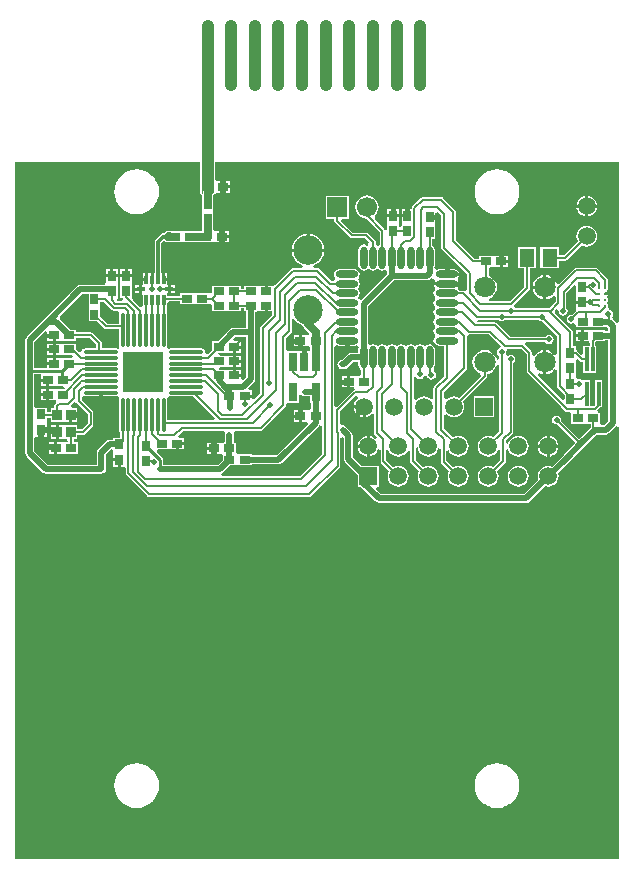
<source format=gtl>
%FSLAX24Y24*%
%MOIN*%
G70*
G01*
G75*
G04 Layer_Physical_Order=1*
G04 Layer_Color=255*
%ADD10R,0.0354X0.0276*%
%ADD11R,0.0512X0.0591*%
%ADD12R,0.0276X0.0354*%
%ADD13R,0.0256X0.0630*%
%ADD14O,0.0118X0.1181*%
%ADD15O,0.1181X0.0118*%
%ADD16R,0.1358X0.1358*%
%ADD17O,0.0768X0.0236*%
%ADD18O,0.0236X0.0768*%
%ADD19R,0.0118X0.0315*%
%ADD20R,0.0315X0.0157*%
%ADD21R,0.0118X0.0787*%
%ADD22C,0.0120*%
%ADD23R,0.0335X0.0374*%
%ADD24C,0.0080*%
%ADD25C,0.0197*%
%ADD26C,0.0118*%
%ADD27C,0.0276*%
%ADD28C,0.0200*%
%ADD29C,0.0150*%
%ADD30C,0.0100*%
%ADD31C,0.0250*%
%ADD32C,0.0394*%
%ADD33C,0.0236*%
%ADD34C,0.0984*%
%ADD35C,0.0591*%
%ADD36R,0.0591X0.0591*%
%ADD37C,0.0709*%
%ADD38R,0.0669X0.0669*%
%ADD39C,0.0669*%
%ADD40C,0.0200*%
%ADD41C,0.0394*%
%ADD42C,0.0240*%
G36*
X4508Y22037D02*
X4488Y22018D01*
X4409D01*
X4390Y22037D01*
Y22067D01*
X4508D01*
Y22037D01*
D02*
G37*
G36*
X4705D02*
X4685Y22018D01*
X4606D01*
X4587Y22037D01*
Y22067D01*
X4705D01*
Y22037D01*
D02*
G37*
G36*
X5580Y22037D02*
X6013D01*
X6034Y22037D01*
X6063D01*
X6092D01*
X6113Y22037D01*
X6546D01*
Y22037D01*
X6625Y22038D01*
X6643Y22026D01*
Y21800D01*
X7076D01*
X7097Y21800D01*
X7126D01*
X7155D01*
X7176Y21800D01*
X7609D01*
Y21896D01*
X7706D01*
Y21800D01*
X7780D01*
Y21255D01*
X7347D01*
X7288Y21244D01*
X7239Y21211D01*
X6826Y20798D01*
X6643D01*
Y20513D01*
X6518Y20388D01*
X6488Y20382D01*
X6420Y20399D01*
X6405Y20426D01*
X6410Y20453D01*
X6402Y20495D01*
X6378Y20531D01*
X6342Y20555D01*
X6299Y20564D01*
X5236D01*
X5204Y20557D01*
X5171Y20584D01*
X5144Y20617D01*
X5151Y20650D01*
Y21713D01*
X5142Y21755D01*
X5131Y21772D01*
Y21944D01*
X5147Y22017D01*
X5148D01*
X5148D01*
X5153Y22037D01*
X5153Y22037D01*
X5153Y22037D01*
X5153Y22067D01*
X5153Y22067D01*
X5196Y22133D01*
X5580D01*
Y22037D01*
D02*
G37*
G36*
X18789Y22650D02*
Y22412D01*
X18789Y22391D01*
Y22362D01*
Y22333D01*
X18789Y22312D01*
Y22156D01*
X18976D01*
Y22056D01*
X18789D01*
Y21924D01*
Y21921D01*
X18789Y21898D01*
Y21879D01*
X18766Y21810D01*
X18641Y21685D01*
X18622Y21688D01*
X18564Y21677D01*
X18514Y21644D01*
X18481Y21594D01*
X18469Y21535D01*
X18481Y21477D01*
X18514Y21427D01*
X18564Y21394D01*
X18622Y21382D01*
X18681Y21394D01*
X18690Y21401D01*
X18769Y21358D01*
Y21269D01*
X19223D01*
Y21269D01*
X19281D01*
Y21269D01*
X19735D01*
Y21269D01*
X19794Y21284D01*
X19857Y21230D01*
Y21137D01*
X19735D01*
Y21172D01*
X19302D01*
X19281Y21172D01*
X19252D01*
X19223D01*
X19202Y21172D01*
X19046D01*
Y20984D01*
Y20796D01*
X19160D01*
X19195D01*
X19217Y20796D01*
X19223D01*
X19239Y20724D01*
Y20641D01*
X19025D01*
Y20390D01*
X18946Y20357D01*
X18825Y20478D01*
X18795Y20498D01*
X18770Y20503D01*
Y20641D01*
X18674D01*
Y21102D01*
X18667Y21137D01*
X18648Y21167D01*
X18063Y21752D01*
Y21818D01*
X18124Y21874D01*
X18126Y21873D01*
X18193Y21811D01*
X18205Y21752D01*
X18238Y21703D01*
X18288Y21670D01*
X18346Y21658D01*
X18405Y21670D01*
X18455Y21703D01*
X18488Y21752D01*
X18499Y21811D01*
X18488Y21870D01*
X18455Y21919D01*
Y22419D01*
X18716Y22681D01*
X18789Y22650D01*
D02*
G37*
G36*
X8495Y21800D02*
X8648D01*
Y21692D01*
X8263Y21307D01*
X8244Y21277D01*
X8237Y21242D01*
Y19062D01*
X8036Y18862D01*
X7963Y18892D01*
Y18926D01*
X7736D01*
Y19026D01*
X7963D01*
Y19164D01*
X7878D01*
X7845Y19243D01*
X8041Y19439D01*
X8074Y19489D01*
X8086Y19547D01*
Y21102D01*
Y21789D01*
X8160Y21800D01*
X8218D01*
Y21800D01*
X8395D01*
Y21988D01*
X8495D01*
Y21800D01*
D02*
G37*
G36*
X4902Y22037D02*
X4882Y22018D01*
X4803D01*
X4783Y22037D01*
Y22067D01*
X4902D01*
Y22037D01*
D02*
G37*
G36*
X14288Y24992D02*
Y23927D01*
X14295Y23892D01*
X14315Y23862D01*
X15144Y23033D01*
Y22498D01*
X15066Y22466D01*
X15065Y22466D01*
X15035Y22486D01*
X15000Y22493D01*
X14885D01*
X14851Y22566D01*
X14856Y22611D01*
X14883Y22651D01*
X14886Y22667D01*
X14031D01*
X14035Y22651D01*
X14061Y22611D01*
X14067Y22559D01*
X14061Y22507D01*
X14035Y22467D01*
X14022Y22402D01*
X14035Y22336D01*
X14061Y22296D01*
X14067Y22244D01*
X14061Y22193D01*
X14035Y22152D01*
X14022Y22087D01*
X14035Y22021D01*
X14061Y21981D01*
X14067Y21929D01*
X14061Y21878D01*
X14035Y21837D01*
X14022Y21772D01*
X14035Y21706D01*
X14061Y21666D01*
X14067Y21614D01*
X14061Y21563D01*
X14035Y21522D01*
X14022Y21457D01*
X14035Y21391D01*
X14061Y21351D01*
X14067Y21299D01*
X14061Y21248D01*
X14035Y21207D01*
X14022Y21142D01*
X14035Y21076D01*
X14061Y21036D01*
X14067Y20984D01*
X14061Y20933D01*
X14035Y20892D01*
X14022Y20827D01*
X14035Y20761D01*
X14072Y20706D01*
X14127Y20668D01*
X14193Y20655D01*
X14367D01*
Y19625D01*
X14049Y19306D01*
X14029Y19277D01*
X14022Y19242D01*
Y18910D01*
X13988Y18889D01*
X13943Y18877D01*
X13883Y18924D01*
X13799Y18958D01*
X13709Y18970D01*
X13619Y18958D01*
X13535Y18924D01*
X13462Y18868D01*
X13450Y18852D01*
X13371Y18879D01*
Y19610D01*
X13391Y19617D01*
X13450Y19623D01*
X13475Y19587D01*
X13524Y19554D01*
X13583Y19542D01*
X13641Y19554D01*
X13691Y19587D01*
X13724Y19636D01*
X13728Y19655D01*
X13808D01*
X13815Y19617D01*
X13849Y19567D01*
X13898Y19534D01*
X13957Y19522D01*
X14015Y19534D01*
X14065Y19567D01*
X14098Y19617D01*
X14110Y19675D01*
X14098Y19734D01*
X14065Y19783D01*
X14041Y19799D01*
X14033Y19830D01*
X14026Y19880D01*
X14029Y19894D01*
X14056Y19934D01*
X14069Y20000D01*
Y20531D01*
X14056Y20597D01*
X14019Y20653D01*
X13963Y20690D01*
X13898Y20703D01*
X13832Y20690D01*
X13792Y20663D01*
X13740Y20657D01*
X13689Y20663D01*
X13648Y20690D01*
X13583Y20703D01*
X13517Y20690D01*
X13477Y20663D01*
X13425Y20657D01*
X13374Y20663D01*
X13333Y20690D01*
X13268Y20703D01*
X13202Y20690D01*
X13162Y20663D01*
X13110Y20657D01*
X13059Y20663D01*
X13018Y20690D01*
X12953Y20703D01*
X12887Y20690D01*
X12847Y20663D01*
X12795Y20657D01*
X12744Y20663D01*
X12703Y20690D01*
X12638Y20703D01*
X12572Y20690D01*
X12532Y20663D01*
X12480Y20657D01*
X12429Y20663D01*
X12388Y20690D01*
X12323Y20703D01*
X12257Y20690D01*
X12217Y20663D01*
X12165Y20657D01*
X12114Y20663D01*
X12073Y20690D01*
X12008Y20703D01*
X11942Y20690D01*
X11925Y20678D01*
X11846Y20720D01*
Y21974D01*
X12701Y22829D01*
X13809D01*
X13868Y22841D01*
X13917Y22874D01*
X13942Y22899D01*
X14033Y22890D01*
X14064Y22843D01*
X14061Y22822D01*
X14035Y22782D01*
X14031Y22767D01*
X14886D01*
X14883Y22782D01*
X14856Y22822D01*
X14850Y22874D01*
X14856Y22926D01*
X14883Y22966D01*
X14886Y22982D01*
X14459D01*
Y23031D01*
X14409D01*
Y23203D01*
X14193D01*
X14129Y23190D01*
X14127Y23190D01*
X14105Y23202D01*
X14056Y23261D01*
X14069Y23327D01*
Y23858D01*
X14056Y23924D01*
X14019Y23979D01*
X13989Y23999D01*
Y24202D01*
X14085D01*
Y24656D01*
X14085D01*
Y24714D01*
X14085D01*
Y24891D01*
X13898D01*
Y24991D01*
X14085D01*
Y25083D01*
X14164Y25115D01*
X14288Y24992D01*
D02*
G37*
G36*
X5236Y18964D02*
X6025D01*
X6737Y18251D01*
X6707Y18178D01*
X5151D01*
Y18878D01*
X5144Y18911D01*
X5171Y18944D01*
X5204Y18970D01*
X5236Y18964D01*
D02*
G37*
G36*
X9636Y19006D02*
X9686Y18973D01*
X9744Y18961D01*
X9920D01*
Y18749D01*
X9945D01*
Y18552D01*
X9871Y18495D01*
X9843D01*
X9814D01*
X9793Y18495D01*
X9637D01*
Y18307D01*
Y18119D01*
X9793D01*
X9800Y18119D01*
X9845Y18054D01*
X8795Y17003D01*
X7963D01*
Y17038D01*
X7527D01*
X7507Y17040D01*
X7452Y17090D01*
Y17422D01*
X7377D01*
Y17677D01*
X7366Y17736D01*
X7361Y17743D01*
X7403Y17822D01*
X8268D01*
X8303Y17829D01*
X8333Y17849D01*
X9081Y18597D01*
X9101Y18626D01*
X9108Y18661D01*
Y18716D01*
X9172Y18749D01*
X9186Y18749D01*
X9528D01*
Y19000D01*
X9541Y19008D01*
X9636Y19006D01*
D02*
G37*
G36*
X5098Y22037D02*
X5079Y22018D01*
X5000D01*
X4980Y22037D01*
Y22067D01*
X5098D01*
Y22037D01*
D02*
G37*
G36*
X2983Y18964D02*
X3465D01*
X3497Y18970D01*
X3530Y18944D01*
X3557Y18911D01*
X3550Y18878D01*
Y17815D01*
X3559Y17772D01*
X3570Y17756D01*
Y17589D01*
X3356D01*
Y17515D01*
X3228D01*
X3170Y17503D01*
X3120Y17470D01*
X2845Y17195D01*
X2811Y17145D01*
X2800Y17087D01*
Y16688D01*
X1166D01*
X724Y17130D01*
Y17562D01*
X757Y17627D01*
X803Y17627D01*
X895D01*
Y17854D01*
X945D01*
Y17904D01*
X1133D01*
Y18060D01*
X1133Y18081D01*
Y18110D01*
Y18139D01*
X1133Y18160D01*
Y18255D01*
X1259D01*
Y18109D01*
X1633D01*
X1694Y18109D01*
X1703D01*
X1712D01*
X1772Y18109D01*
X1879D01*
Y18346D01*
X1929D01*
Y18396D01*
X2146D01*
Y18583D01*
X1974D01*
X1942Y18662D01*
X2045Y18765D01*
X2056Y18768D01*
X2140Y18754D01*
X2507Y18387D01*
Y18069D01*
X2305Y17867D01*
X2146D01*
Y18013D01*
X1772D01*
X1712Y18013D01*
X1703D01*
X1694D01*
X1633Y18013D01*
X1526D01*
Y17776D01*
Y17539D01*
X1633D01*
X1694Y17539D01*
X1703D01*
X1712D01*
X1772Y17539D01*
X1797D01*
X1829Y17460D01*
X1801Y17432D01*
X1743D01*
X1722Y17432D01*
X1693D01*
X1664D01*
X1643Y17432D01*
X1487D01*
Y17244D01*
Y17056D01*
X1643D01*
X1664Y17056D01*
X1693D01*
X1722D01*
X1743Y17056D01*
X2176D01*
Y17432D01*
X2041D01*
Y17539D01*
X2146D01*
Y17684D01*
X2343D01*
X2378Y17691D01*
X2407Y17711D01*
X2663Y17967D01*
X2683Y17996D01*
X2684Y18002D01*
X2690Y18032D01*
Y18425D01*
X2684Y18454D01*
X2683Y18460D01*
X2663Y18490D01*
X2307Y18846D01*
X2310Y18930D01*
X2320Y18939D01*
X2375Y18969D01*
X2402Y18964D01*
X2883D01*
Y19075D01*
X2983D01*
Y18964D01*
D02*
G37*
G36*
X2529Y21978D02*
X2529D01*
Y21920D01*
X2529D01*
Y21466D01*
X2814D01*
X3045Y21234D01*
X3075Y21214D01*
X3110Y21207D01*
X3550D01*
Y20650D01*
X3557Y20617D01*
X3530Y20584D01*
X3497Y20557D01*
X3465Y20564D01*
X2966D01*
Y20748D01*
X2959Y20783D01*
X2939Y20813D01*
X2683Y21069D01*
X2653Y21089D01*
X2618Y21096D01*
X2117D01*
Y21192D01*
X1934D01*
X1589Y21537D01*
X1577Y21637D01*
X2320Y22379D01*
X2529D01*
Y21978D01*
D02*
G37*
G36*
X19857Y18154D02*
X19700Y17997D01*
X19638D01*
X19578Y18041D01*
Y18416D01*
X19519D01*
X19509Y18430D01*
X19490Y18495D01*
X19592Y18598D01*
X19602Y18611D01*
X19637D01*
Y19499D01*
X19418D01*
Y18683D01*
X19370Y18635D01*
X19243D01*
Y19499D01*
X19025D01*
X19025Y19499D01*
X18954Y19519D01*
X18936Y19531D01*
X18878Y19543D01*
X18849Y19537D01*
X18817Y19557D01*
X18770Y19617D01*
X18770Y19674D01*
X18770D01*
Y20129D01*
X18770D01*
Y20170D01*
X18844Y20200D01*
X18911Y20132D01*
X18941Y20112D01*
X18976Y20105D01*
X19025D01*
Y19753D01*
X19440D01*
Y20641D01*
X19422D01*
Y20769D01*
X19450Y20796D01*
X19735D01*
Y20831D01*
X19857D01*
Y18154D01*
D02*
G37*
G36*
X1151Y21099D02*
Y21054D01*
X1378D01*
Y21004D01*
X1428D01*
Y20816D01*
X1605D01*
X1605Y20816D01*
X1605D01*
X1663D01*
Y20816D01*
X1684Y20816D01*
X2117D01*
Y20912D01*
X2580D01*
X2782Y20710D01*
Y20564D01*
X2402D01*
X2359Y20555D01*
X2323Y20531D01*
X2299Y20495D01*
X2293Y20468D01*
X2250Y20444D01*
X2213Y20436D01*
X2117Y20533D01*
Y20719D01*
X1684D01*
X1663Y20719D01*
X1634D01*
X1605D01*
X1584Y20719D01*
X1428D01*
Y20531D01*
Y20344D01*
X1584D01*
X1605Y20344D01*
X1634D01*
X1663D01*
X1684Y20344D01*
X1987D01*
X1999Y20326D01*
X1957Y20247D01*
X1684D01*
X1663Y20247D01*
X1663Y20247D01*
X1605D01*
Y20247D01*
X1605Y20247D01*
X1428D01*
Y20059D01*
X1378D01*
Y20009D01*
X1151D01*
Y19905D01*
X724D01*
Y20783D01*
X1072Y21131D01*
X1151Y21099D01*
D02*
G37*
G36*
X15217Y21030D02*
X15887D01*
X16259Y20658D01*
X16242Y20578D01*
X16235Y20571D01*
X16191Y20541D01*
X16158Y20492D01*
X16146Y20433D01*
X16158Y20375D01*
X16191Y20325D01*
X16207Y20314D01*
Y20194D01*
X16129Y20189D01*
X16126Y20208D01*
X16085Y20306D01*
X16021Y20391D01*
X15936Y20456D01*
X15838Y20496D01*
X15732Y20510D01*
X15627Y20496D01*
X15528Y20456D01*
X15444Y20391D01*
X15379Y20306D01*
X15338Y20208D01*
X15324Y20102D01*
X15338Y19997D01*
X15379Y19898D01*
X15444Y19814D01*
X15528Y19749D01*
X15575Y19730D01*
X15594Y19637D01*
X14881Y18924D01*
X14799Y18958D01*
X14709Y18970D01*
X14619Y18958D01*
X14535Y18924D01*
X14462Y18868D01*
X14462Y18868D01*
X14383Y18894D01*
Y19116D01*
X15114Y19847D01*
X15134Y19876D01*
X15141Y19911D01*
Y20965D01*
X15140Y20971D01*
X15153Y20992D01*
X15194Y21030D01*
X15201Y21033D01*
X15217Y21030D01*
D02*
G37*
G36*
X7780Y19611D02*
X7688Y19518D01*
X7609Y19551D01*
Y19615D01*
X7382D01*
Y19665D01*
X7332D01*
Y19853D01*
X7176D01*
X7155Y19853D01*
X7126D01*
X7097D01*
X7076Y19853D01*
X6872D01*
X6860Y19871D01*
X6902Y19950D01*
X7076D01*
X7097Y19950D01*
X7126D01*
X7155D01*
X7176Y19950D01*
X7332D01*
Y20138D01*
Y20326D01*
X7176D01*
X7155Y20326D01*
X7126D01*
X7097D01*
X7076Y20326D01*
X6893D01*
X6851Y20404D01*
X6863Y20422D01*
X7076D01*
X7097Y20422D01*
X7097Y20422D01*
X7155D01*
Y20422D01*
X7155Y20422D01*
X7332D01*
Y20610D01*
X7382D01*
Y20660D01*
X7609D01*
Y20798D01*
X7362D01*
X7332Y20871D01*
X7410Y20949D01*
X7780D01*
Y19611D01*
D02*
G37*
G36*
X11182Y20655D02*
X11398D01*
X11461Y20668D01*
X11463Y20668D01*
X11485Y20656D01*
X11535Y20597D01*
X11522Y20531D01*
Y20419D01*
X11275D01*
X11216Y20407D01*
X11167Y20374D01*
X10975Y20182D01*
X10974D01*
X10916Y20171D01*
X10866Y20138D01*
X10833Y20088D01*
X10821Y20030D01*
X10833Y19971D01*
X10866Y19921D01*
X10916Y19888D01*
X10974Y19877D01*
X11039D01*
X11097Y19888D01*
X11147Y19921D01*
X11338Y20113D01*
X11522D01*
Y20000D01*
X11535Y19934D01*
X11572Y19879D01*
X11601Y19859D01*
Y19692D01*
X11545Y19637D01*
X11507D01*
X11485Y19637D01*
X11457D01*
X11428D01*
X11407Y19637D01*
X11251D01*
Y19449D01*
Y19261D01*
X11390D01*
X11397Y19182D01*
X11382Y19179D01*
X11352Y19159D01*
X10800Y18607D01*
X10722Y18640D01*
Y20626D01*
X10800Y20668D01*
X10801Y20668D01*
X10866Y20655D01*
X11082D01*
Y20827D01*
X11182D01*
Y20655D01*
D02*
G37*
G36*
X20197Y21441D02*
X20118Y21417D01*
X20118Y21417D01*
X19999Y21536D01*
X19961Y21604D01*
X19994Y21654D01*
X20005Y21713D01*
X19994Y21771D01*
X19961Y21821D01*
X19911Y21854D01*
X19887Y21859D01*
X19869Y21876D01*
X19846Y21930D01*
X19845Y21941D01*
X19848Y21945D01*
X19856Y21988D01*
X19848Y22031D01*
X19823Y22067D01*
Y22106D01*
X19848Y22142D01*
X19856Y22185D01*
X19848Y22228D01*
X19823Y22264D01*
Y22303D01*
X19843Y22332D01*
X19744D01*
Y22432D01*
X19843D01*
X19823Y22461D01*
Y22499D01*
X19848Y22536D01*
X19856Y22579D01*
X19848Y22622D01*
X19836Y22639D01*
Y22854D01*
X19830Y22884D01*
X19829Y22889D01*
X19809Y22919D01*
X19502Y23226D01*
X19472Y23246D01*
X19437Y23253D01*
X18765D01*
X18730Y23246D01*
X18700Y23226D01*
X18199Y22725D01*
X18110Y22747D01*
X18085Y22806D01*
X18021Y22891D01*
X17936Y22956D01*
X17838Y22996D01*
X17782Y23004D01*
Y22602D01*
Y22201D01*
X17838Y22208D01*
X17936Y22249D01*
X18018Y22312D01*
X18029Y22311D01*
X18097Y22284D01*
Y22125D01*
X17875Y21903D01*
X16775D01*
X16706Y21978D01*
X16707Y22011D01*
X17211Y22514D01*
X17230Y22544D01*
X17237Y22579D01*
Y23237D01*
X17452D01*
Y23928D01*
X16840D01*
Y23237D01*
X17054D01*
Y22617D01*
X16576Y22139D01*
X15876D01*
X15860Y22218D01*
X15936Y22249D01*
X16021Y22314D01*
X16085Y22398D01*
X16126Y22497D01*
X16140Y22602D01*
X16126Y22708D01*
X16085Y22806D01*
X16021Y22891D01*
X15936Y22956D01*
X15859Y22987D01*
Y23221D01*
X15915Y23277D01*
X15974D01*
X15995Y23277D01*
X16024D01*
X16052D01*
X16074Y23277D01*
X16230D01*
Y23465D01*
Y23652D01*
X16074D01*
X16052Y23652D01*
X16024D01*
X15995D01*
X15974Y23652D01*
X15541D01*
Y23556D01*
X15392D01*
X14777Y24172D01*
Y25118D01*
X14770Y25153D01*
X14750Y25183D01*
X14356Y25577D01*
X14326Y25597D01*
X14291Y25604D01*
X13661D01*
X13626Y25597D01*
X13597Y25577D01*
X13321Y25301D01*
X13301Y25271D01*
X13294Y25236D01*
Y25207D01*
X13200D01*
Y24980D01*
X13150D01*
Y24930D01*
X12962D01*
Y24753D01*
X12962D01*
Y24696D01*
X12962D01*
Y24630D01*
X12883Y24598D01*
X12865Y24616D01*
Y24674D01*
X12865Y24696D01*
Y24724D01*
Y24753D01*
X12865Y24774D01*
Y24930D01*
X12489D01*
Y24774D01*
X12489Y24753D01*
Y24724D01*
Y24696D01*
X12489Y24674D01*
Y24516D01*
X12411Y24508D01*
X12408Y24523D01*
X12388Y24553D01*
X12059Y24882D01*
X12066Y24986D01*
X12085Y25001D01*
X12147Y25082D01*
X12186Y25175D01*
X12199Y25276D01*
X12186Y25376D01*
X12147Y25470D01*
X12085Y25550D01*
X12005Y25612D01*
X11911Y25650D01*
X11811Y25664D01*
X11711Y25650D01*
X11617Y25612D01*
X11537Y25550D01*
X11475Y25470D01*
X11436Y25376D01*
X11423Y25276D01*
X11436Y25175D01*
X11475Y25082D01*
X11537Y25001D01*
X11617Y24940D01*
X11711Y24901D01*
X11791Y24890D01*
X12231Y24450D01*
Y24024D01*
X12165Y23988D01*
X12100Y24024D01*
Y24094D01*
X12093Y24130D01*
X12073Y24159D01*
X11837Y24396D01*
X11807Y24415D01*
X11772Y24422D01*
X11337D01*
X10947Y24812D01*
X10980Y24891D01*
X11196D01*
Y25660D01*
X10426D01*
Y24891D01*
X10719D01*
Y24819D01*
X10726Y24784D01*
X10746Y24754D01*
X11234Y24266D01*
X11264Y24246D01*
X11299Y24239D01*
X11734D01*
X11866Y24107D01*
X11856Y24011D01*
X11820Y23987D01*
X11799Y23990D01*
X11759Y24017D01*
X11693Y24030D01*
X11627Y24017D01*
X11572Y23979D01*
X11535Y23924D01*
X11522Y23858D01*
Y23327D01*
X11535Y23261D01*
X11572Y23206D01*
X11627Y23168D01*
X11693Y23155D01*
X11759Y23168D01*
X11799Y23195D01*
X11850Y23201D01*
X11902Y23195D01*
X11942Y23168D01*
X12008Y23155D01*
X12073Y23168D01*
X12114Y23195D01*
X12165Y23201D01*
X12217Y23195D01*
X12257Y23168D01*
X12323Y23155D01*
X12388Y23168D01*
X12406Y23180D01*
X12485Y23138D01*
Y23046D01*
X11624Y22185D01*
X11529Y22196D01*
X11523Y22244D01*
X11529Y22296D01*
X11556Y22336D01*
X11569Y22402D01*
X11556Y22467D01*
X11529Y22507D01*
X11523Y22559D01*
X11529Y22611D01*
X11556Y22651D01*
X11569Y22717D01*
X11556Y22782D01*
X11529Y22822D01*
X11523Y22874D01*
X11529Y22926D01*
X11556Y22966D01*
X11569Y23031D01*
X11556Y23097D01*
X11519Y23153D01*
X11463Y23190D01*
X11398Y23203D01*
X10866D01*
X10801Y23190D01*
X10745Y23153D01*
X10708Y23097D01*
X10695Y23031D01*
X10708Y22966D01*
X10735Y22926D01*
X10740Y22881D01*
X10706Y22808D01*
X10629D01*
X10222Y23214D01*
X10193Y23234D01*
X10157Y23241D01*
X10033D01*
X10017Y23320D01*
X10116Y23361D01*
X10229Y23448D01*
X10316Y23561D01*
X10371Y23693D01*
X10383Y23785D01*
X9302D01*
X9314Y23693D01*
X9369Y23561D01*
X9456Y23448D01*
X9569Y23361D01*
X9668Y23320D01*
X9652Y23241D01*
X9331D01*
X9301Y23236D01*
X9296Y23234D01*
X9266Y23214D01*
X8736Y22685D01*
X8672Y22648D01*
X8672D01*
X8672Y22648D01*
X8672Y22648D01*
X8495D01*
Y22461D01*
X8395D01*
Y22648D01*
X8218D01*
Y22648D01*
X8160D01*
Y22648D01*
X7706D01*
Y22552D01*
X7609D01*
Y22648D01*
X7176D01*
X7155Y22648D01*
X7126D01*
X7097D01*
X7076Y22648D01*
X6643D01*
Y22423D01*
X6625Y22411D01*
X6546Y22412D01*
Y22412D01*
X6113D01*
X6092Y22412D01*
X6063D01*
X6034D01*
X6013Y22412D01*
X5580D01*
Y22316D01*
X5148D01*
Y22411D01*
X5167D01*
Y22539D01*
Y22668D01*
X5148D01*
Y22804D01*
X5039D01*
Y22854D01*
X4989D01*
Y23062D01*
X4954D01*
Y24078D01*
X5011Y24135D01*
X5090Y24135D01*
X5109Y24115D01*
X5109Y24115D01*
X5148Y24099D01*
X5148Y24099D01*
X5276Y24099D01*
X5276D01*
X5286Y24104D01*
X5619D01*
X5641Y24104D01*
X5669D01*
X5698D01*
X5719Y24104D01*
X5907D01*
X5925Y24100D01*
X6457D01*
X6475Y24104D01*
X6478D01*
X6496Y24100D01*
X6515Y24104D01*
X6663D01*
X6684Y24104D01*
X6713D01*
X6741D01*
X6763Y24104D01*
X6919D01*
Y24291D01*
Y24479D01*
X6766D01*
X6741Y24479D01*
X6688Y24536D01*
X6688Y24536D01*
Y24862D01*
X6684Y24881D01*
Y25068D01*
X6684Y25089D01*
Y25118D01*
Y25147D01*
X6684Y25168D01*
Y25356D01*
X6688Y25374D01*
Y25676D01*
X6722Y25710D01*
X6741Y25725D01*
X6794Y25757D01*
X6825Y25757D01*
X6958D01*
Y25945D01*
Y26133D01*
X6826D01*
X6781Y26133D01*
X6748Y26198D01*
Y26772D01*
X20197D01*
Y21441D01*
D02*
G37*
G36*
X17530Y21506D02*
X17579Y21473D01*
X17638Y21461D01*
X17657Y21465D01*
X18137Y20986D01*
Y20369D01*
X18058Y20342D01*
X18021Y20391D01*
X17936Y20456D01*
X17838Y20496D01*
X17782Y20504D01*
Y20102D01*
Y19701D01*
X17838Y19708D01*
X17936Y19749D01*
X18021Y19814D01*
X18058Y19862D01*
X18137Y19836D01*
Y19302D01*
X18144Y19267D01*
X18163Y19237D01*
X18395Y19006D01*
Y18885D01*
X18322Y18855D01*
X17502Y19675D01*
X17547Y19742D01*
X17627Y19708D01*
X17682Y19701D01*
Y20102D01*
Y20504D01*
X17627Y20496D01*
X17528Y20456D01*
X17444Y20391D01*
X17395Y20327D01*
X17316Y20352D01*
Y20413D01*
X17309Y20449D01*
X17289Y20478D01*
X17072Y20696D01*
X17097Y20770D01*
X17101Y20774D01*
X17755D01*
X17766Y20758D01*
X17815Y20725D01*
X17874Y20713D01*
X17933Y20725D01*
X17982Y20758D01*
X18015Y20808D01*
X18027Y20866D01*
X18015Y20925D01*
X17982Y20974D01*
X17933Y21007D01*
X17874Y21019D01*
X17815Y21007D01*
X17766Y20974D01*
X17755Y20958D01*
X16573D01*
X16128Y21403D01*
X16098Y21423D01*
X16063Y21430D01*
X15480D01*
X15463Y21454D01*
X15506Y21522D01*
X16180D01*
X16191Y21506D01*
X16241Y21473D01*
X16299Y21461D01*
X16358Y21473D01*
X16407Y21506D01*
X16418Y21522D01*
X17519D01*
X17530Y21506D01*
D02*
G37*
G36*
X3306Y21852D02*
X3336Y21832D01*
X3371Y21825D01*
X3511D01*
X3553Y21763D01*
X3557Y21747D01*
X3550Y21713D01*
Y21391D01*
X3148D01*
X2904Y21635D01*
Y21920D01*
X2904D01*
Y21978D01*
X2904D01*
Y22113D01*
X3046D01*
X3306Y21852D01*
D02*
G37*
G36*
X9456Y21448D02*
X9569Y21361D01*
X9676Y21317D01*
X9678Y21310D01*
X9716Y21252D01*
X9875Y21093D01*
X9871Y21015D01*
X9843D01*
X9814D01*
X9793Y21015D01*
X9637D01*
Y20827D01*
Y20639D01*
X9793D01*
X9814Y20639D01*
X9841D01*
X9872Y20638D01*
X9920Y20572D01*
Y20535D01*
X9902Y20463D01*
X9841Y20463D01*
X9774D01*
Y20098D01*
X9674D01*
Y20463D01*
X9607D01*
X9546Y20463D01*
X9537D01*
X9528D01*
X9468Y20463D01*
X9172D01*
Y20463D01*
X9108Y20497D01*
Y20907D01*
X9274Y21073D01*
X9294Y21103D01*
X9295Y21109D01*
X9301Y21138D01*
Y21527D01*
X9325Y21539D01*
X9379Y21548D01*
X9456Y21448D01*
D02*
G37*
G36*
X934Y19696D02*
X934Y19622D01*
Y19558D01*
X1161D01*
Y19508D01*
X1211D01*
Y19320D01*
X1367D01*
X1389Y19320D01*
X1417D01*
X1446D01*
X1467Y19320D01*
X1692D01*
X1727Y19242D01*
X1696Y19204D01*
X1467D01*
X1446Y19204D01*
X1417D01*
X1389D01*
X1367Y19204D01*
X1211D01*
Y19016D01*
Y18828D01*
X1367D01*
X1389Y18828D01*
X1417D01*
X1446D01*
X1454Y18749D01*
X1411Y18707D01*
X1392Y18677D01*
X1385Y18642D01*
Y18583D01*
X1259D01*
Y18438D01*
X1133D01*
Y18593D01*
X757D01*
X724Y18658D01*
Y19701D01*
X858D01*
X934Y19696D01*
D02*
G37*
G36*
X17133Y20375D02*
Y19823D01*
X17140Y19788D01*
X17160Y19758D01*
X18265Y18652D01*
X18270Y18628D01*
X18290Y18599D01*
X18410Y18478D01*
X18440Y18459D01*
X18446Y18457D01*
X18475Y18452D01*
X18547D01*
X18611Y18416D01*
Y18041D01*
X19066D01*
Y18041D01*
X19123D01*
Y18041D01*
X19259D01*
Y17924D01*
X18887Y17552D01*
X18279Y18160D01*
X18283Y18179D01*
X18271Y18238D01*
X18238Y18287D01*
X18188Y18320D01*
X18130Y18332D01*
X18071Y18320D01*
X18022Y18287D01*
X17989Y18238D01*
X17977Y18179D01*
X17989Y18121D01*
X18022Y18071D01*
X18071Y18038D01*
X18130Y18026D01*
X18149Y18030D01*
X18757Y17422D01*
X18361Y17026D01*
X17962Y16627D01*
X17941Y16636D01*
X17850Y16647D01*
X17760Y16636D01*
X17676Y16601D01*
X17604Y16545D01*
X17549Y16473D01*
X17514Y16389D01*
X17502Y16299D01*
X17514Y16209D01*
X17523Y16188D01*
X17059Y15724D01*
X12257D01*
X12100Y15881D01*
X12130Y15954D01*
X12196D01*
Y16644D01*
X11643D01*
X11334Y16953D01*
Y17677D01*
X11324Y17726D01*
X11322Y17736D01*
X11289Y17785D01*
X11122Y17953D01*
X11072Y17986D01*
X11014Y17997D01*
X10994Y17994D01*
X10916Y18047D01*
Y18463D01*
X11443Y18990D01*
X11485Y18985D01*
X11507Y18902D01*
X11462Y18868D01*
X11407Y18796D01*
X11372Y18712D01*
X11367Y18672D01*
X11709D01*
Y18622D01*
X11759D01*
Y18280D01*
X11799Y18286D01*
X11883Y18320D01*
X11955Y18376D01*
X11965Y18389D01*
X12044Y18363D01*
Y17746D01*
X12051Y17711D01*
X12071Y17681D01*
X12143Y17609D01*
X12091Y17550D01*
X12025Y17601D01*
X11941Y17636D01*
X11900Y17641D01*
Y17299D01*
Y16958D01*
X11941Y16963D01*
X12025Y16998D01*
X12097Y17053D01*
X12152Y17125D01*
X12187Y17209D01*
X12261Y17191D01*
Y16797D01*
X12268Y16762D01*
X12287Y16732D01*
X12548Y16472D01*
X12514Y16389D01*
X12502Y16299D01*
X12514Y16209D01*
X12549Y16125D01*
X12604Y16053D01*
X12676Y15998D01*
X12760Y15963D01*
X12850Y15951D01*
X12941Y15963D01*
X13025Y15998D01*
X13097Y16053D01*
X13152Y16125D01*
X13187Y16209D01*
X13199Y16299D01*
X13187Y16389D01*
X13152Y16473D01*
X13097Y16545D01*
X13025Y16601D01*
X12941Y16636D01*
X12850Y16647D01*
X12760Y16636D01*
X12678Y16601D01*
X12444Y16835D01*
Y17172D01*
X12523Y17188D01*
X12549Y17125D01*
X12604Y17053D01*
X12676Y16998D01*
X12760Y16963D01*
X12850Y16951D01*
X12941Y16963D01*
X13025Y16998D01*
X13097Y17053D01*
X13152Y17125D01*
X13166Y17159D01*
X13245Y17144D01*
Y16813D01*
X13252Y16778D01*
X13272Y16748D01*
X13548Y16472D01*
X13514Y16389D01*
X13502Y16299D01*
X13514Y16209D01*
X13549Y16125D01*
X13604Y16053D01*
X13676Y15998D01*
X13760Y15963D01*
X13850Y15951D01*
X13941Y15963D01*
X14025Y15998D01*
X14097Y16053D01*
X14152Y16125D01*
X14187Y16209D01*
X14199Y16299D01*
X14187Y16389D01*
X14152Y16473D01*
X14097Y16545D01*
X14025Y16601D01*
X13941Y16636D01*
X13850Y16647D01*
X13760Y16636D01*
X13678Y16601D01*
X13428Y16851D01*
Y17256D01*
X13507Y17261D01*
X13514Y17209D01*
X13549Y17125D01*
X13604Y17053D01*
X13676Y16998D01*
X13760Y16963D01*
X13850Y16951D01*
X13941Y16963D01*
X14025Y16998D01*
X14097Y17053D01*
X14152Y17125D01*
X14187Y17209D01*
X14190Y17231D01*
X14268Y17226D01*
Y16789D01*
X14275Y16754D01*
X14295Y16724D01*
X14548Y16472D01*
X14514Y16389D01*
X14502Y16299D01*
X14514Y16209D01*
X14549Y16125D01*
X14604Y16053D01*
X14676Y15998D01*
X14760Y15963D01*
X14850Y15951D01*
X14941Y15963D01*
X15025Y15998D01*
X15097Y16053D01*
X15152Y16125D01*
X15187Y16209D01*
X15199Y16299D01*
X15187Y16389D01*
X15152Y16473D01*
X15097Y16545D01*
X15025Y16601D01*
X14941Y16636D01*
X14850Y16647D01*
X14760Y16636D01*
X14678Y16601D01*
X14452Y16827D01*
Y17153D01*
X14531Y17169D01*
X14549Y17125D01*
X14604Y17053D01*
X14676Y16998D01*
X14760Y16963D01*
X14850Y16951D01*
X14941Y16963D01*
X15025Y16998D01*
X15097Y17053D01*
X15152Y17125D01*
X15187Y17209D01*
X15199Y17299D01*
X15187Y17389D01*
X15152Y17473D01*
X15097Y17545D01*
X15025Y17601D01*
X14941Y17636D01*
X14850Y17647D01*
X14760Y17636D01*
X14678Y17601D01*
X14383Y17896D01*
Y18350D01*
X14462Y18377D01*
X14462Y18376D01*
X14535Y18320D01*
X14619Y18286D01*
X14709Y18274D01*
X14799Y18286D01*
X14883Y18320D01*
X14955Y18376D01*
X15010Y18448D01*
X15045Y18532D01*
X15057Y18622D01*
X15045Y18712D01*
X15011Y18795D01*
X15797Y19581D01*
X15817Y19611D01*
X15824Y19646D01*
Y19707D01*
X15838Y19708D01*
X15936Y19749D01*
X16021Y19814D01*
X16085Y19898D01*
X16126Y19997D01*
X16129Y20016D01*
X16207Y20011D01*
Y17786D01*
X16023Y17601D01*
X15941Y17636D01*
X15850Y17647D01*
X15760Y17636D01*
X15676Y17601D01*
X15604Y17545D01*
X15549Y17473D01*
X15514Y17389D01*
X15502Y17299D01*
X15514Y17209D01*
X15549Y17125D01*
X15604Y17053D01*
X15676Y16998D01*
X15760Y16963D01*
X15850Y16951D01*
X15941Y16963D01*
X16025Y16998D01*
X16097Y17053D01*
X16152Y17125D01*
X16178Y17188D01*
X16257Y17172D01*
Y16835D01*
X16023Y16601D01*
X15941Y16636D01*
X15850Y16647D01*
X15760Y16636D01*
X15676Y16601D01*
X15604Y16545D01*
X15549Y16473D01*
X15514Y16389D01*
X15502Y16299D01*
X15514Y16209D01*
X15549Y16125D01*
X15604Y16053D01*
X15676Y15998D01*
X15760Y15963D01*
X15850Y15951D01*
X15941Y15963D01*
X16025Y15998D01*
X16097Y16053D01*
X16152Y16125D01*
X16187Y16209D01*
X16199Y16299D01*
X16187Y16389D01*
X16153Y16472D01*
X16413Y16732D01*
X16433Y16762D01*
X16440Y16797D01*
Y17191D01*
X16514Y17209D01*
X16549Y17125D01*
X16604Y17053D01*
X16676Y16998D01*
X16760Y16963D01*
X16850Y16951D01*
X16941Y16963D01*
X17025Y16998D01*
X17097Y17053D01*
X17152Y17125D01*
X17187Y17209D01*
X17199Y17299D01*
X17187Y17389D01*
X17152Y17473D01*
X17097Y17545D01*
X17025Y17601D01*
X16941Y17636D01*
X16850Y17647D01*
X16760Y17636D01*
X16676Y17601D01*
X16604Y17545D01*
X16549Y17473D01*
X16514Y17389D01*
X16440Y17407D01*
Y17501D01*
X16659Y17721D01*
X16679Y17750D01*
X16686Y17785D01*
Y20088D01*
X16703Y20099D01*
X16736Y20148D01*
X16747Y20207D01*
X16736Y20265D01*
X16703Y20315D01*
X16653Y20348D01*
X16594Y20360D01*
X16536Y20348D01*
X16503Y20326D01*
X16450Y20367D01*
X16441Y20378D01*
X16452Y20433D01*
X16443Y20479D01*
X16463Y20521D01*
X16491Y20558D01*
X16950D01*
X17133Y20375D01*
D02*
G37*
G36*
X6358Y25807D02*
Y25699D01*
X6299Y25758D01*
Y26043D01*
X6358Y25807D01*
D02*
G37*
G36*
X6693Y25758D02*
X6634Y25699D01*
Y25807D01*
X6693Y26043D01*
Y25758D01*
D02*
G37*
G36*
X7088Y17743D02*
X7083Y17736D01*
X7071Y17677D01*
Y17479D01*
X6997Y17422D01*
X6969D01*
X6940D01*
X6919Y17422D01*
X6763D01*
Y17234D01*
Y17046D01*
X6919D01*
X6922D01*
X6942Y17044D01*
X6997Y16995D01*
X6997Y16995D01*
Y16840D01*
X6846Y16688D01*
X5023D01*
Y16850D01*
X5015Y16889D01*
X4993Y16922D01*
X4800Y17115D01*
X4833Y17194D01*
X5186D01*
X5207Y17194D01*
X5236D01*
X5265D01*
X5286Y17194D01*
X5442D01*
Y17382D01*
X5492D01*
Y17432D01*
X5719D01*
Y17570D01*
X5527D01*
X5495Y17648D01*
X5668Y17822D01*
X7046D01*
X7088Y17743D01*
D02*
G37*
G36*
X6244Y25945D02*
X6245Y25941D01*
Y25758D01*
X6261Y25720D01*
X6261Y25720D01*
X6305Y25676D01*
Y25374D01*
X6308Y25356D01*
Y25168D01*
X6308Y25147D01*
Y25118D01*
Y25089D01*
X6308Y25068D01*
Y24881D01*
X6305Y24862D01*
Y24483D01*
X5925D01*
X5907Y24479D01*
X5719D01*
X5698Y24479D01*
X5669D01*
X5641D01*
X5619Y24479D01*
X5286D01*
X5276Y24483D01*
X5148D01*
X5148Y24483D01*
X5109Y24467D01*
X5109Y24467D01*
X5045Y24403D01*
X5010D01*
X4967Y24394D01*
X4953Y24384D01*
X4931Y24370D01*
X4931Y24370D01*
X4764Y24203D01*
X4740Y24167D01*
X4731Y24124D01*
X4731Y24124D01*
Y23062D01*
X4696D01*
Y22854D01*
X4596D01*
Y23062D01*
X4499D01*
Y22854D01*
X4449D01*
Y22804D01*
X4340D01*
Y22668D01*
X4322D01*
Y22539D01*
Y22373D01*
X4340Y22355D01*
Y22096D01*
X4340Y22077D01*
Y22077D01*
X4336Y22068D01*
X4336Y22067D01*
X4336Y22067D01*
X4336Y22040D01*
Y22037D01*
X4336Y22037D01*
X4336Y22037D01*
X4340Y22017D01*
X4339Y22002D01*
X4331Y21974D01*
X4242Y21950D01*
X4003Y22190D01*
X3967Y22253D01*
X3967D01*
X3967Y22253D01*
Y22686D01*
X3967Y22707D01*
Y22736D01*
Y22765D01*
X3967Y22786D01*
Y22942D01*
X3592D01*
Y22786D01*
X3592Y22765D01*
Y22736D01*
Y22707D01*
X3592Y22686D01*
Y22253D01*
X3660D01*
X3684Y22218D01*
X3642Y22139D01*
X3495D01*
X3468Y22174D01*
X3495Y22253D01*
X3495D01*
Y22686D01*
X3495Y22707D01*
Y22736D01*
Y22765D01*
X3495Y22786D01*
Y22942D01*
X3119D01*
Y22786D01*
X3119Y22765D01*
Y22764D01*
X3067Y22692D01*
X3041Y22685D01*
X2256D01*
X2198Y22673D01*
X2148Y22640D01*
X1073Y21565D01*
X463Y20955D01*
X430Y20905D01*
X418Y20846D01*
Y17067D01*
X430Y17008D01*
X463Y16959D01*
X994Y16427D01*
X1044Y16394D01*
X1102Y16382D01*
X2953D01*
X3011Y16394D01*
X3061Y16427D01*
X3094Y16477D01*
X3106Y16535D01*
Y17023D01*
X3277Y17194D01*
X3356Y17173D01*
Y17156D01*
X3356Y17135D01*
Y17106D01*
Y17078D01*
X3356Y17056D01*
Y16900D01*
X3543D01*
Y16850D01*
X3593D01*
Y16623D01*
X3688D01*
X3731Y16623D01*
X3767Y16559D01*
Y16559D01*
Y16404D01*
X3773Y16369D01*
X3793Y16339D01*
X4489Y15644D01*
X4518Y15624D01*
X4554Y15617D01*
X9882D01*
X9917Y15624D01*
X9947Y15644D01*
X10892Y16589D01*
X10912Y16618D01*
X10919Y16654D01*
Y17569D01*
X10997Y17608D01*
X11028Y17585D01*
Y16890D01*
X11040Y16831D01*
X11073Y16782D01*
X11505Y16350D01*
Y16107D01*
X11505Y16105D01*
Y15954D01*
X11594D01*
X12085Y15463D01*
X12135Y15430D01*
X12194Y15418D01*
X17086D01*
X17116Y15412D01*
X17175Y15424D01*
X17224Y15457D01*
X17739Y15972D01*
X17760Y15963D01*
X17850Y15951D01*
X17941Y15963D01*
X18025Y15998D01*
X18097Y16053D01*
X18152Y16125D01*
X18187Y16209D01*
X18199Y16299D01*
X18187Y16389D01*
X18178Y16411D01*
X18543Y16775D01*
X18559Y16778D01*
X18589Y16798D01*
X18608Y16828D01*
X18612Y16844D01*
X19063Y17295D01*
X19459Y17692D01*
X19764D01*
X19822Y17703D01*
X19872Y17736D01*
X20118Y17982D01*
X20118Y17983D01*
X20197Y17959D01*
Y3543D01*
X79D01*
Y26772D01*
X6244D01*
Y25945D01*
D02*
G37*
G36*
X5276Y24154D02*
X5148Y24154D01*
X5010Y24291D01*
X5148Y24429D01*
X5276D01*
Y24154D01*
D02*
G37*
G36*
X10302Y17983D02*
Y17046D01*
X9568Y16312D01*
X6960D01*
X6952Y16391D01*
X6968Y16394D01*
X7018Y16427D01*
X7253Y16663D01*
X7452D01*
Y16663D01*
X7509D01*
Y16663D01*
X7963D01*
Y16697D01*
X8858D01*
X8917Y16709D01*
X8966Y16742D01*
X10207Y17982D01*
X10223Y18007D01*
X10302Y17983D01*
D02*
G37*
%LPC*%
G36*
X1328Y20247D02*
X1151D01*
Y20109D01*
X1328D01*
Y20247D01*
D02*
G37*
G36*
X11800Y17249D02*
X11509D01*
X11514Y17209D01*
X11549Y17125D01*
X11604Y17053D01*
X11676Y16998D01*
X11760Y16963D01*
X11800Y16958D01*
Y17249D01*
D02*
G37*
G36*
X16147Y6736D02*
X16142Y6735D01*
X16136Y6736D01*
X16001Y6723D01*
X15996Y6720D01*
X15991Y6721D01*
X15861Y6682D01*
X15857Y6678D01*
X15851Y6678D01*
X15732Y6614D01*
X15728Y6609D01*
X15723Y6608D01*
X15618Y6522D01*
X15615Y6517D01*
X15610Y6514D01*
X15524Y6409D01*
X15523Y6404D01*
X15518Y6400D01*
X15454Y6281D01*
X15454Y6275D01*
X15450Y6271D01*
X15411Y6141D01*
X15411Y6135D01*
X15409Y6131D01*
X15396Y5995D01*
X15397Y5990D01*
X15396Y5985D01*
X15409Y5850D01*
X15411Y5845D01*
X15411Y5839D01*
X15450Y5710D01*
X15454Y5705D01*
X15454Y5700D01*
X15518Y5580D01*
X15523Y5577D01*
X15524Y5571D01*
X15610Y5466D01*
X15615Y5464D01*
X15618Y5459D01*
X15723Y5373D01*
X15728Y5371D01*
X15732Y5367D01*
X15851Y5303D01*
X15857Y5302D01*
X15861Y5299D01*
X15991Y5259D01*
X15996Y5260D01*
X16001Y5257D01*
X16136Y5244D01*
X16142Y5246D01*
X16147Y5244D01*
X16282Y5257D01*
X16287Y5260D01*
X16293Y5259D01*
X16422Y5299D01*
X16427Y5302D01*
X16432Y5303D01*
X16552Y5367D01*
X16555Y5371D01*
X16561Y5373D01*
X16666Y5459D01*
X16668Y5464D01*
X16673Y5466D01*
X16759Y5571D01*
X16761Y5577D01*
X16765Y5580D01*
X16829Y5700D01*
X16830Y5705D01*
X16833Y5710D01*
X16873Y5839D01*
X16872Y5845D01*
X16875Y5850D01*
X16888Y5985D01*
X16886Y5990D01*
X16888Y5995D01*
X16875Y6131D01*
X16872Y6135D01*
X16873Y6141D01*
X16833Y6271D01*
X16830Y6275D01*
X16829Y6281D01*
X16765Y6400D01*
X16761Y6404D01*
X16759Y6409D01*
X16673Y6514D01*
X16668Y6517D01*
X16666Y6522D01*
X16561Y6608D01*
X16555Y6609D01*
X16552Y6614D01*
X16432Y6678D01*
X16427Y6678D01*
X16422Y6682D01*
X16293Y6721D01*
X16287Y6720D01*
X16282Y6723D01*
X16147Y6736D01*
D02*
G37*
G36*
X17800Y17249D02*
X17509D01*
X17514Y17209D01*
X17549Y17125D01*
X17604Y17053D01*
X17676Y16998D01*
X17760Y16963D01*
X17800Y16958D01*
Y17249D01*
D02*
G37*
G36*
X6663Y17184D02*
X6485D01*
Y17046D01*
X6663D01*
Y17184D01*
D02*
G37*
G36*
X18192Y17249D02*
X17900D01*
Y16958D01*
X17941Y16963D01*
X18025Y16998D01*
X18097Y17053D01*
X18152Y17125D01*
X18187Y17209D01*
X18192Y17249D01*
D02*
G37*
G36*
X4139Y6736D02*
X4134Y6735D01*
X4129Y6736D01*
X3993Y6723D01*
X3989Y6720D01*
X3983Y6721D01*
X3853Y6682D01*
X3849Y6678D01*
X3843Y6678D01*
X3724Y6614D01*
X3720Y6609D01*
X3715Y6608D01*
X3610Y6522D01*
X3607Y6517D01*
X3602Y6514D01*
X3516Y6409D01*
X3515Y6404D01*
X3510Y6400D01*
X3447Y6281D01*
X3446Y6275D01*
X3442Y6271D01*
X3403Y6141D01*
X3404Y6135D01*
X3401Y6131D01*
X3388Y5995D01*
X3389Y5990D01*
X3388Y5985D01*
X3401Y5850D01*
X3404Y5845D01*
X3403Y5839D01*
X3442Y5710D01*
X3446Y5705D01*
X3447Y5700D01*
X3510Y5580D01*
X3515Y5577D01*
X3516Y5571D01*
X3602Y5466D01*
X3607Y5464D01*
X3610Y5459D01*
X3715Y5373D01*
X3720Y5371D01*
X3724Y5367D01*
X3843Y5303D01*
X3849Y5302D01*
X3853Y5299D01*
X3983Y5259D01*
X3989Y5260D01*
X3993Y5257D01*
X4129Y5244D01*
X4134Y5246D01*
X4139Y5244D01*
X4274Y5257D01*
X4279Y5260D01*
X4285Y5259D01*
X4414Y5299D01*
X4419Y5302D01*
X4424Y5303D01*
X4544Y5367D01*
X4548Y5371D01*
X4553Y5373D01*
X4658Y5459D01*
X4660Y5464D01*
X4665Y5466D01*
X4751Y5571D01*
X4753Y5577D01*
X4757Y5580D01*
X4821Y5700D01*
X4822Y5705D01*
X4825Y5710D01*
X4865Y5839D01*
X4864Y5845D01*
X4867Y5850D01*
X4880Y5985D01*
X4878Y5990D01*
X4880Y5995D01*
X4867Y6131D01*
X4864Y6135D01*
X4865Y6141D01*
X4825Y6271D01*
X4822Y6275D01*
X4821Y6281D01*
X4757Y6400D01*
X4753Y6404D01*
X4751Y6409D01*
X4665Y6514D01*
X4660Y6517D01*
X4658Y6522D01*
X4553Y6608D01*
X4548Y6609D01*
X4544Y6614D01*
X4424Y6678D01*
X4419Y6678D01*
X4414Y6682D01*
X4285Y6721D01*
X4279Y6720D01*
X4274Y6723D01*
X4139Y6736D01*
D02*
G37*
G36*
X7432Y19853D02*
Y19715D01*
X7609D01*
Y19853D01*
X7432D01*
D02*
G37*
G36*
X16850Y16647D02*
X16760Y16636D01*
X16676Y16601D01*
X16604Y16545D01*
X16549Y16473D01*
X16514Y16389D01*
X16502Y16299D01*
X16514Y16209D01*
X16549Y16125D01*
X16604Y16053D01*
X16676Y15998D01*
X16760Y15963D01*
X16850Y15951D01*
X16941Y15963D01*
X17025Y15998D01*
X17097Y16053D01*
X17152Y16125D01*
X17187Y16209D01*
X17199Y16299D01*
X17187Y16389D01*
X17152Y16473D01*
X17097Y16545D01*
X17025Y16601D01*
X16941Y16636D01*
X16850Y16647D01*
D02*
G37*
G36*
X3493Y16800D02*
X3356D01*
Y16623D01*
X3493D01*
Y16800D01*
D02*
G37*
G36*
X7609Y20088D02*
X7432D01*
Y19950D01*
X7609D01*
Y20088D01*
D02*
G37*
G36*
X11151Y19399D02*
X10974D01*
Y19261D01*
X11151D01*
Y19399D01*
D02*
G37*
G36*
X1111Y19458D02*
X934D01*
Y19320D01*
X1111D01*
Y19458D01*
D02*
G37*
G36*
X11151Y19637D02*
X10974D01*
Y19499D01*
X11151D01*
Y19637D01*
D02*
G37*
G36*
X16054Y18967D02*
X15363D01*
Y18277D01*
X16054D01*
Y18967D01*
D02*
G37*
G36*
X1426Y17726D02*
X1259D01*
Y17539D01*
X1426D01*
Y17726D01*
D02*
G37*
G36*
X9537Y18495D02*
X9359D01*
Y18357D01*
X9537D01*
Y18495D01*
D02*
G37*
G36*
X11659Y18572D02*
X11367D01*
X11372Y18532D01*
X11407Y18448D01*
X11462Y18376D01*
X11535Y18320D01*
X11619Y18286D01*
X11659Y18280D01*
Y18572D01*
D02*
G37*
G36*
X1426Y18013D02*
X1259D01*
Y17826D01*
X1426D01*
Y18013D01*
D02*
G37*
G36*
X1133Y17804D02*
X995D01*
Y17627D01*
X1133D01*
Y17804D01*
D02*
G37*
G36*
X9537Y18257D02*
X9359D01*
Y18119D01*
X9537D01*
Y18257D01*
D02*
G37*
G36*
X2146Y18296D02*
X1979D01*
Y18109D01*
X2146D01*
Y18296D01*
D02*
G37*
G36*
X17900Y17641D02*
Y17349D01*
X18192D01*
X18187Y17389D01*
X18152Y17473D01*
X18097Y17545D01*
X18025Y17601D01*
X17941Y17636D01*
X17900Y17641D01*
D02*
G37*
G36*
X6663Y17422D02*
X6485D01*
Y17284D01*
X6663D01*
Y17422D01*
D02*
G37*
G36*
X1387Y17432D02*
X1210D01*
Y17294D01*
X1387D01*
Y17432D01*
D02*
G37*
G36*
Y17194D02*
X1210D01*
Y17056D01*
X1387D01*
Y17194D01*
D02*
G37*
G36*
X5719Y17332D02*
X5542D01*
Y17194D01*
X5719D01*
Y17332D01*
D02*
G37*
G36*
X17800Y17641D02*
X17760Y17636D01*
X17676Y17601D01*
X17604Y17545D01*
X17549Y17473D01*
X17514Y17389D01*
X17509Y17349D01*
X17800D01*
Y17641D01*
D02*
G37*
G36*
X1111Y18966D02*
X934D01*
Y18828D01*
X1111D01*
Y18966D01*
D02*
G37*
G36*
X11800Y17641D02*
X11760Y17636D01*
X11676Y17601D01*
X11604Y17545D01*
X11549Y17473D01*
X11514Y17389D01*
X11509Y17349D01*
X11800D01*
Y17641D01*
D02*
G37*
G36*
X1111Y19204D02*
X934D01*
Y19066D01*
X1111D01*
Y19204D01*
D02*
G37*
G36*
X7432Y20326D02*
Y20188D01*
X7609D01*
Y20326D01*
X7432D01*
D02*
G37*
G36*
X7196Y24241D02*
X7018D01*
Y24104D01*
X7196D01*
Y24241D01*
D02*
G37*
G36*
X19134Y24651D02*
X19044Y24640D01*
X18960Y24605D01*
X18888Y24549D01*
X18832Y24477D01*
X18797Y24393D01*
X18786Y24303D01*
X18797Y24213D01*
X18832Y24131D01*
X18375Y23674D01*
X18200D01*
Y23928D01*
X17588D01*
Y23237D01*
X18200D01*
Y23491D01*
X18413D01*
X18448Y23498D01*
X18478Y23518D01*
X18961Y24001D01*
X19044Y23967D01*
X19134Y23955D01*
X19224Y23967D01*
X19308Y24002D01*
X19380Y24057D01*
X19435Y24129D01*
X19470Y24213D01*
X19482Y24303D01*
X19470Y24393D01*
X19435Y24477D01*
X19380Y24549D01*
X19308Y24605D01*
X19224Y24640D01*
X19134Y24651D01*
D02*
G37*
G36*
X19084Y25253D02*
X18792D01*
X18797Y25213D01*
X18832Y25129D01*
X18888Y25057D01*
X18960Y25002D01*
X19044Y24967D01*
X19084Y24961D01*
Y25253D01*
D02*
G37*
G36*
X7018Y24479D02*
Y24341D01*
X7196D01*
Y24479D01*
X7018D01*
D02*
G37*
G36*
X9893Y24375D02*
Y23885D01*
X10383D01*
X10371Y23976D01*
X10316Y24108D01*
X10229Y24221D01*
X10116Y24308D01*
X9984Y24363D01*
X9893Y24375D01*
D02*
G37*
G36*
X16507Y23415D02*
X16330D01*
Y23277D01*
X16507D01*
Y23415D01*
D02*
G37*
G36*
X14724Y23203D02*
X14509D01*
Y23082D01*
X14886D01*
X14883Y23097D01*
X14846Y23153D01*
X14790Y23190D01*
X14724Y23203D01*
D02*
G37*
G36*
X9793Y24375D02*
X9701Y24363D01*
X9569Y24308D01*
X9456Y24221D01*
X9369Y24108D01*
X9314Y23976D01*
X9302Y23885D01*
X9793D01*
Y24375D01*
D02*
G37*
G36*
X16330Y23652D02*
Y23515D01*
X16507D01*
Y23652D01*
X16330D01*
D02*
G37*
G36*
X19476Y25253D02*
X19184D01*
Y24961D01*
X19224Y24967D01*
X19308Y25002D01*
X19380Y25057D01*
X19435Y25129D01*
X19470Y25213D01*
X19476Y25253D01*
D02*
G37*
G36*
X7058Y26133D02*
Y25995D01*
X7235D01*
Y26133D01*
X7058D01*
D02*
G37*
G36*
X7235Y25895D02*
X7058D01*
Y25757D01*
X7235D01*
Y25895D01*
D02*
G37*
G36*
X16147Y26528D02*
X16142Y26526D01*
X16136Y26528D01*
X16001Y26514D01*
X15996Y26512D01*
X15991Y26512D01*
X15861Y26473D01*
X15857Y26469D01*
X15851Y26469D01*
X15732Y26405D01*
X15728Y26401D01*
X15723Y26399D01*
X15618Y26313D01*
X15615Y26308D01*
X15610Y26305D01*
X15524Y26200D01*
X15523Y26195D01*
X15518Y26192D01*
X15454Y26072D01*
X15454Y26066D01*
X15450Y26062D01*
X15411Y25932D01*
X15411Y25927D01*
X15409Y25922D01*
X15396Y25787D01*
X15397Y25782D01*
X15396Y25776D01*
X15409Y25641D01*
X15411Y25636D01*
X15411Y25631D01*
X15450Y25501D01*
X15454Y25497D01*
X15454Y25491D01*
X15518Y25371D01*
X15523Y25368D01*
X15524Y25363D01*
X15610Y25258D01*
X15615Y25255D01*
X15618Y25250D01*
X15723Y25164D01*
X15728Y25162D01*
X15732Y25158D01*
X15851Y25094D01*
X15857Y25094D01*
X15861Y25090D01*
X15991Y25051D01*
X15996Y25051D01*
X16001Y25049D01*
X16136Y25035D01*
X16142Y25037D01*
X16147Y25035D01*
X16282Y25049D01*
X16287Y25051D01*
X16293Y25051D01*
X16422Y25090D01*
X16427Y25094D01*
X16432Y25094D01*
X16552Y25158D01*
X16555Y25162D01*
X16561Y25164D01*
X16666Y25250D01*
X16668Y25255D01*
X16673Y25258D01*
X16759Y25363D01*
X16761Y25368D01*
X16765Y25371D01*
X16829Y25491D01*
X16830Y25497D01*
X16833Y25501D01*
X16873Y25631D01*
X16872Y25636D01*
X16875Y25641D01*
X16888Y25776D01*
X16886Y25782D01*
X16888Y25787D01*
X16875Y25922D01*
X16872Y25927D01*
X16873Y25932D01*
X16833Y26062D01*
X16830Y26066D01*
X16829Y26072D01*
X16765Y26192D01*
X16761Y26195D01*
X16759Y26200D01*
X16673Y26305D01*
X16668Y26308D01*
X16666Y26313D01*
X16561Y26399D01*
X16555Y26401D01*
X16552Y26405D01*
X16432Y26469D01*
X16427Y26469D01*
X16422Y26473D01*
X16293Y26512D01*
X16287Y26512D01*
X16282Y26514D01*
X16147Y26528D01*
D02*
G37*
G36*
X4139D02*
X4134Y26526D01*
X4129Y26528D01*
X3993Y26514D01*
X3989Y26512D01*
X3983Y26512D01*
X3853Y26473D01*
X3849Y26469D01*
X3843Y26469D01*
X3724Y26405D01*
X3720Y26401D01*
X3715Y26399D01*
X3610Y26313D01*
X3607Y26308D01*
X3602Y26305D01*
X3516Y26200D01*
X3515Y26195D01*
X3510Y26192D01*
X3447Y26072D01*
X3446Y26066D01*
X3442Y26062D01*
X3403Y25932D01*
X3404Y25927D01*
X3401Y25922D01*
X3388Y25787D01*
X3389Y25782D01*
X3388Y25776D01*
X3401Y25641D01*
X3404Y25636D01*
X3403Y25631D01*
X3442Y25501D01*
X3446Y25497D01*
X3447Y25491D01*
X3510Y25371D01*
X3515Y25368D01*
X3516Y25363D01*
X3602Y25258D01*
X3607Y25255D01*
X3610Y25250D01*
X3715Y25164D01*
X3720Y25162D01*
X3724Y25158D01*
X3843Y25094D01*
X3849Y25094D01*
X3853Y25090D01*
X3983Y25051D01*
X3989Y25051D01*
X3993Y25049D01*
X4129Y25035D01*
X4134Y25037D01*
X4139Y25035D01*
X4274Y25049D01*
X4279Y25051D01*
X4285Y25051D01*
X4414Y25090D01*
X4419Y25094D01*
X4424Y25094D01*
X4544Y25158D01*
X4548Y25162D01*
X4553Y25164D01*
X4658Y25250D01*
X4660Y25255D01*
X4665Y25258D01*
X4751Y25363D01*
X4753Y25368D01*
X4757Y25371D01*
X4821Y25491D01*
X4822Y25497D01*
X4825Y25501D01*
X4865Y25631D01*
X4864Y25636D01*
X4867Y25641D01*
X4880Y25776D01*
X4878Y25782D01*
X4880Y25787D01*
X4867Y25922D01*
X4864Y25927D01*
X4865Y25932D01*
X4825Y26062D01*
X4822Y26066D01*
X4821Y26072D01*
X4757Y26192D01*
X4753Y26195D01*
X4751Y26200D01*
X4665Y26305D01*
X4660Y26308D01*
X4658Y26313D01*
X4553Y26399D01*
X4548Y26401D01*
X4544Y26405D01*
X4424Y26469D01*
X4419Y26469D01*
X4414Y26473D01*
X4285Y26512D01*
X4279Y26512D01*
X4274Y26514D01*
X4139Y26528D01*
D02*
G37*
G36*
X19184Y25645D02*
Y25353D01*
X19476D01*
X19470Y25393D01*
X19435Y25477D01*
X19380Y25549D01*
X19308Y25605D01*
X19224Y25640D01*
X19184Y25645D01*
D02*
G37*
G36*
X12865Y25207D02*
X12727D01*
Y25030D01*
X12865D01*
Y25207D01*
D02*
G37*
G36*
X12627D02*
X12489D01*
Y25030D01*
X12627D01*
Y25207D01*
D02*
G37*
G36*
X19084Y25645D02*
X19044Y25640D01*
X18960Y25605D01*
X18888Y25549D01*
X18832Y25477D01*
X18797Y25393D01*
X18792Y25353D01*
X19084D01*
Y25645D01*
D02*
G37*
G36*
X13100Y25207D02*
X12962D01*
Y25030D01*
X13100D01*
Y25207D01*
D02*
G37*
G36*
X3967Y23219D02*
X3830D01*
Y23042D01*
X3967D01*
Y23219D01*
D02*
G37*
G36*
X9537Y21015D02*
X9359D01*
Y20877D01*
X9537D01*
Y21015D01*
D02*
G37*
G36*
X1328Y20954D02*
X1151D01*
Y20816D01*
X1328D01*
Y20954D01*
D02*
G37*
G36*
X17682Y22552D02*
X17331D01*
X17338Y22497D01*
X17379Y22398D01*
X17444Y22314D01*
X17528Y22249D01*
X17627Y22208D01*
X17682Y22201D01*
Y22552D01*
D02*
G37*
G36*
X18946Y21172D02*
X18769D01*
Y21034D01*
X18946D01*
Y21172D01*
D02*
G37*
G36*
Y20934D02*
X18769D01*
Y20796D01*
X18946D01*
Y20934D01*
D02*
G37*
G36*
X7609Y20560D02*
X7432D01*
Y20422D01*
X7609D01*
Y20560D01*
D02*
G37*
G36*
X1328Y20482D02*
X1151D01*
Y20344D01*
X1328D01*
Y20482D01*
D02*
G37*
G36*
X9537Y20777D02*
X9359D01*
Y20639D01*
X9537D01*
Y20777D01*
D02*
G37*
G36*
X1328Y20719D02*
X1151D01*
Y20582D01*
X1328D01*
Y20719D01*
D02*
G37*
G36*
X4222Y22489D02*
X4064D01*
Y22411D01*
X4222D01*
Y22489D01*
D02*
G37*
G36*
X3257Y23219D02*
X3119D01*
Y23042D01*
X3257D01*
Y23219D01*
D02*
G37*
G36*
X5148Y23062D02*
X5089D01*
Y22904D01*
X5148D01*
Y23062D01*
D02*
G37*
G36*
X3730Y23219D02*
X3592D01*
Y23042D01*
X3730D01*
Y23219D01*
D02*
G37*
G36*
X3495D02*
X3357D01*
Y23042D01*
X3495D01*
Y23219D01*
D02*
G37*
G36*
X4399Y23062D02*
X4340D01*
Y22904D01*
X4399D01*
Y23062D01*
D02*
G37*
G36*
X4222Y22668D02*
X4064D01*
Y22589D01*
X4222D01*
Y22668D01*
D02*
G37*
G36*
X5424Y22489D02*
X5267D01*
Y22411D01*
X5424D01*
Y22489D01*
D02*
G37*
G36*
X17682Y23004D02*
X17627Y22996D01*
X17528Y22956D01*
X17444Y22891D01*
X17379Y22806D01*
X17338Y22708D01*
X17331Y22652D01*
X17682D01*
Y23004D01*
D02*
G37*
G36*
X5424Y22668D02*
X5267D01*
Y22589D01*
X5424D01*
Y22668D01*
D02*
G37*
%LPD*%
D10*
X6713Y17234D02*
D03*
X7224D02*
D03*
X5925Y24291D02*
D03*
X5413D02*
D03*
X10098Y18307D02*
D03*
X9587D02*
D03*
X19508Y20984D02*
D03*
X18996D02*
D03*
Y21457D02*
D03*
X19508D02*
D03*
X18839Y18228D02*
D03*
X19350D02*
D03*
X11713Y19449D02*
D03*
X11201D02*
D03*
X7008Y25945D02*
D03*
X6496D02*
D03*
X6969Y24291D02*
D03*
X6457D02*
D03*
X7736Y16850D02*
D03*
X7224D02*
D03*
X7736Y18976D02*
D03*
X7224D02*
D03*
X4980Y17382D02*
D03*
X5492D02*
D03*
X1890Y20531D02*
D03*
X1378D02*
D03*
X7382Y19665D02*
D03*
X6870D02*
D03*
X1673Y19016D02*
D03*
X1161D02*
D03*
X7382Y20610D02*
D03*
X6870D02*
D03*
X1161Y19508D02*
D03*
X1673D02*
D03*
X1378Y20059D02*
D03*
X1890D02*
D03*
X1378Y21004D02*
D03*
X1890D02*
D03*
X6870Y22461D02*
D03*
X7382D02*
D03*
X7933D02*
D03*
X8445D02*
D03*
X7933Y21988D02*
D03*
X8445D02*
D03*
X1949Y17244D02*
D03*
X1437D02*
D03*
X5807Y22224D02*
D03*
X6319D02*
D03*
X6870Y20138D02*
D03*
X7382D02*
D03*
X7382Y21988D02*
D03*
X6870D02*
D03*
X15768Y23465D02*
D03*
X16280D02*
D03*
X9587Y20827D02*
D03*
X10098D02*
D03*
D11*
X17894Y23583D02*
D03*
X17146D02*
D03*
D12*
X18976Y22618D02*
D03*
Y22106D02*
D03*
X18583Y20413D02*
D03*
Y19902D02*
D03*
X18583Y18878D02*
D03*
Y19390D02*
D03*
X13898Y24429D02*
D03*
Y24941D02*
D03*
X13150Y24469D02*
D03*
Y24980D02*
D03*
X12677Y24469D02*
D03*
Y24980D02*
D03*
X6496Y24862D02*
D03*
Y25374D02*
D03*
X4449Y16811D02*
D03*
Y17323D02*
D03*
X3780Y22480D02*
D03*
Y22992D02*
D03*
X3543Y16850D02*
D03*
Y17362D02*
D03*
X2717Y21693D02*
D03*
Y22205D02*
D03*
X3307Y22992D02*
D03*
Y22480D02*
D03*
X945Y18366D02*
D03*
Y17854D02*
D03*
D13*
X10098Y20098D02*
D03*
X9724D02*
D03*
X9350D02*
D03*
Y19114D02*
D03*
X10098D02*
D03*
D14*
X3661Y18346D02*
D03*
X3858D02*
D03*
X4055D02*
D03*
X4252D02*
D03*
X4449D02*
D03*
X4646D02*
D03*
X4843D02*
D03*
X5039D02*
D03*
Y21181D02*
D03*
X4843D02*
D03*
X4646D02*
D03*
X4449D02*
D03*
X4252D02*
D03*
X4055D02*
D03*
X3858D02*
D03*
X3661D02*
D03*
D15*
X5768Y19075D02*
D03*
Y19272D02*
D03*
Y19468D02*
D03*
Y19665D02*
D03*
Y19862D02*
D03*
Y20059D02*
D03*
Y20256D02*
D03*
Y20453D02*
D03*
X2933D02*
D03*
Y20256D02*
D03*
Y20059D02*
D03*
Y19862D02*
D03*
Y19665D02*
D03*
Y19468D02*
D03*
Y19272D02*
D03*
Y19075D02*
D03*
D16*
X4350Y19764D02*
D03*
D17*
X11132Y20827D02*
D03*
Y21772D02*
D03*
Y21142D02*
D03*
Y21457D02*
D03*
Y22717D02*
D03*
Y22087D02*
D03*
Y22402D02*
D03*
Y23031D02*
D03*
X14459Y21457D02*
D03*
Y20827D02*
D03*
Y21142D02*
D03*
Y21772D02*
D03*
Y22717D02*
D03*
Y22087D02*
D03*
Y22402D02*
D03*
Y23031D02*
D03*
D18*
X12008Y20266D02*
D03*
X11693D02*
D03*
X12638D02*
D03*
X12323D02*
D03*
X11693Y23593D02*
D03*
X12323D02*
D03*
X12008D02*
D03*
X12953Y20266D02*
D03*
X13583D02*
D03*
X13268D02*
D03*
X13898D02*
D03*
X12638Y23593D02*
D03*
X12953D02*
D03*
X13583D02*
D03*
X13268D02*
D03*
X13898D02*
D03*
D19*
X4449Y22224D02*
D03*
X4646D02*
D03*
X4843D02*
D03*
X5039D02*
D03*
Y22854D02*
D03*
X4843D02*
D03*
X4646D02*
D03*
X4449D02*
D03*
D20*
X5217Y22539D02*
D03*
X4272D02*
D03*
D21*
X19134Y19055D02*
D03*
X19331D02*
D03*
X19528D02*
D03*
Y20197D02*
D03*
X19331D02*
D03*
X19134D02*
D03*
D22*
X19547Y22579D02*
D03*
X19744D02*
D03*
X19547Y22382D02*
D03*
X19744D02*
D03*
X19547Y22185D02*
D03*
X19744D02*
D03*
X19547Y21988D02*
D03*
X19744D02*
D03*
D23*
X1929Y18346D02*
D03*
Y17776D02*
D03*
X1476D02*
D03*
Y18346D02*
D03*
D24*
X2983Y18849D02*
Y19075D01*
X2953Y18819D02*
X2983Y18849D01*
Y19075D02*
X3386D01*
X8445Y21713D02*
Y21988D01*
Y22461D02*
Y22726D01*
X7736Y18701D02*
Y18976D01*
X7677Y19665D02*
X7678Y19666D01*
X7382Y19665D02*
X7677D01*
X7667Y20138D02*
X7667Y20138D01*
X7382Y20138D02*
X7667D01*
X7382Y20610D02*
X7638Y20866D01*
Y20848D02*
X7638Y20847D01*
X7638Y20848D02*
Y20866D01*
X13898Y23593D02*
Y24469D01*
X18583Y19390D02*
X18878D01*
X18583D02*
X18583Y19390D01*
Y19902D01*
X18228Y19302D02*
X18583Y18948D01*
Y18878D02*
Y18948D01*
Y18878D02*
X18957D01*
X18228Y19302D02*
Y21024D01*
X19350Y17864D02*
Y18228D01*
X19222Y22668D02*
X19341D01*
X19222Y22618D02*
Y22668D01*
Y22618D02*
X19458Y22382D01*
X18976Y22618D02*
X19222D01*
X18898D02*
X18976D01*
X19862Y21457D02*
Y21703D01*
X19852Y21713D02*
X19862Y21703D01*
X19331Y20807D02*
X19508Y20984D01*
X19331Y20197D02*
Y20807D01*
Y19587D02*
X19528Y19783D01*
Y20197D01*
X19331Y19055D02*
Y19587D01*
X18937Y20689D02*
Y20925D01*
X18996Y20984D01*
X19754Y22372D02*
X20039D01*
X19744Y22382D02*
X19754Y22372D01*
X19252Y22106D02*
X19341Y22018D01*
X19518D01*
X19547Y21988D01*
X19252Y22106D02*
X19331Y22185D01*
X19547D01*
X18976Y22106D02*
X19252D01*
X14146Y25264D02*
X14380Y25030D01*
Y23927D02*
Y25030D01*
X5039Y22854D02*
X5256D01*
X4902Y22539D02*
X5217D01*
X4646Y22549D02*
X4646Y22549D01*
Y22854D01*
X4232Y22766D02*
X4321Y22854D01*
X4449D01*
X4232Y22579D02*
Y22766D01*
Y22579D02*
X4272Y22539D01*
X3780Y22992D02*
Y23297D01*
X3307D02*
X3307Y23297D01*
X3307Y22992D02*
Y23297D01*
X5492Y17096D02*
X5502Y17087D01*
X5492Y17096D02*
Y17382D01*
X4449Y16811D02*
X4724D01*
X4701Y16788D02*
Y16788D01*
X4724Y16811D01*
X3209Y16860D02*
X3219Y16850D01*
X3543D01*
X827Y19017D02*
X828Y19016D01*
X1161D01*
X827Y19509D02*
X828Y19508D01*
X1161D01*
X1043Y20080D02*
X1044Y20079D01*
X1358D01*
X1378Y20059D01*
X1043Y20541D02*
X1348D01*
X1368Y20522D01*
X1378Y20531D01*
X1063Y20945D02*
X1319D01*
X1378Y21004D01*
X7126Y18976D02*
X7126D01*
X6437Y19665D02*
X7126Y18976D01*
X6043Y19075D02*
X6902Y18216D01*
X8008Y18086D02*
X8583Y18661D01*
X4843Y17717D02*
X4893Y17666D01*
X4843Y17717D02*
Y18799D01*
X4893Y17666D02*
X5382D01*
X5315Y19075D02*
X6043D01*
X10098Y19705D02*
Y20098D01*
X10000Y19606D02*
X10098Y19705D01*
X9528Y19606D02*
X10000D01*
X9350Y19783D02*
X9528Y19606D01*
X9350Y19783D02*
Y20098D01*
X9209Y22154D02*
X9574Y22520D01*
X10866Y21772D02*
X11132D01*
X10118Y22520D02*
X10866Y21772D01*
X9574Y22520D02*
X10118D01*
X10761Y22087D02*
X11132D01*
X10761Y22074D02*
Y22087D01*
X10669Y22402D02*
X11132D01*
X10591Y22717D02*
X11132D01*
X12008Y19291D02*
Y20266D01*
X11811Y19094D02*
X12008Y19291D01*
X11417Y19094D02*
X11811D01*
X15732Y19646D02*
Y20102D01*
X14709Y18622D02*
X15732Y19646D01*
X10787Y21457D02*
X11132D01*
X10787Y21142D02*
X11132D01*
X18413Y23583D02*
X19134Y24303D01*
X17894Y23583D02*
X18413D01*
X13676Y25264D02*
X14146D01*
X17146Y22579D02*
Y23583D01*
X16614Y22047D02*
X17146Y22579D01*
X15591Y22047D02*
X16614D01*
X13595Y25182D02*
X13676Y25264D01*
X13595Y23604D02*
Y25182D01*
X13583Y23593D02*
X13595Y23604D01*
X4055Y17677D02*
Y18799D01*
X4409Y16220D02*
X9606D01*
X4252Y17677D02*
Y18799D01*
X4646Y17717D02*
X4980Y17382D01*
X4646Y17717D02*
Y18799D01*
X4449Y17323D02*
Y18799D01*
X3661Y17480D02*
Y18799D01*
X3543Y17362D02*
X3661Y17480D01*
X2343Y19272D02*
X3386D01*
X2290Y19468D02*
X3386D01*
X1663Y19026D02*
X2303Y19665D01*
X3386D01*
X2303Y19862D02*
X3386D01*
X1949Y19508D02*
X2303Y19862D01*
X1673Y19508D02*
X1949D01*
X1890Y20059D02*
X3386D01*
X2264Y20256D02*
X3386D01*
X1988Y20531D02*
X2264Y20256D01*
X1890Y20531D02*
X1988D01*
X1890Y21004D02*
X2618D01*
X2874Y20748D01*
Y20472D02*
Y20748D01*
Y20472D02*
X2894Y20453D01*
X3386D01*
X3661Y20728D02*
X3661Y20728D01*
X3661Y20728D02*
Y21299D01*
X3110D02*
X3661D01*
X2717Y21693D02*
X3110Y21299D01*
X2717Y22205D02*
X3084D01*
X3371Y21917D01*
X3752D01*
X3858Y21811D01*
Y20728D02*
Y21811D01*
X3307Y22165D02*
Y22480D01*
Y22165D02*
X3425Y22047D01*
X3819D01*
X4055Y21811D01*
Y20728D02*
Y21811D01*
X3780Y22283D02*
Y22480D01*
Y22283D02*
X4252Y21811D01*
Y20728D02*
Y21811D01*
X5315Y19665D02*
X6437D01*
X6673Y19862D02*
X6870Y19665D01*
X5315Y19862D02*
X6673D01*
X6791Y20059D02*
X6870Y20138D01*
X5315Y20059D02*
X6791D01*
X6516Y20256D02*
X6870Y20610D01*
X5315Y20256D02*
X6516D01*
X7933Y21988D02*
X7933Y21988D01*
X7382Y21988D02*
X7933D01*
X7382Y22461D02*
X7933D01*
X7382Y21988D02*
Y22461D01*
X6634Y22224D02*
X6870Y21988D01*
X6634Y22224D02*
X6634D01*
X6634D02*
X6870Y22461D01*
X6319Y22224D02*
X6634D01*
X5807Y22224D02*
X5807Y22224D01*
X5039Y22224D02*
X5807D01*
X4449Y20728D02*
Y22224D01*
X5039Y22224D02*
X5039Y22224D01*
X5039Y20728D02*
Y22224D01*
X4843Y20728D02*
Y22224D01*
X4646Y20728D02*
Y22224D01*
X15732Y22602D02*
X15768Y22638D01*
Y23465D01*
X12953Y23593D02*
Y24016D01*
X14961Y21772D02*
X15394Y21339D01*
X14459Y21772D02*
X14961D01*
X18838Y18543D02*
X19408D01*
X18838D02*
X18839Y18543D01*
Y18228D02*
Y18543D01*
X19528Y18663D02*
Y18780D01*
X19408Y18543D02*
X19528Y18663D01*
X18976Y20197D02*
X19134D01*
X18760Y20413D02*
X18976Y20197D01*
X18583Y20413D02*
X18760D01*
X18957Y18878D02*
X19134Y19055D01*
X18583Y20413D02*
Y21102D01*
X18346Y21811D02*
X18363Y21828D01*
X17894Y21791D02*
X18583Y21102D01*
X17638Y21614D02*
X18228Y21024D01*
X19458Y22382D02*
X19547D01*
X18858Y21772D02*
X19567D01*
X19114Y21457D02*
Y21752D01*
X19567Y21772D02*
X19744Y21949D01*
X18622Y21535D02*
X18858Y21772D01*
X19547Y22579D02*
Y22736D01*
X11693Y19469D02*
X11713Y19449D01*
X11693Y19469D02*
Y20266D01*
X13898Y24469D02*
X13898Y24469D01*
X12677D02*
X13150D01*
X12638Y24429D02*
X12677Y24469D01*
X12638Y23593D02*
Y24429D01*
X14459Y21457D02*
X14882D01*
X19744Y21949D02*
Y21988D01*
X14459Y22087D02*
X15000D01*
X15472Y21614D01*
X14459Y22402D02*
X15000D01*
X15591Y21811D01*
X4173Y17598D02*
X4252Y17677D01*
X4173Y16457D02*
Y17598D01*
Y16457D02*
X4409Y16220D01*
X3858Y16404D02*
Y18799D01*
X4006Y16440D02*
Y17628D01*
X4055Y17677D01*
X5039Y18086D02*
Y18799D01*
Y18086D02*
X8008D01*
X13583Y19695D02*
Y20266D01*
X13898Y19675D02*
X13957D01*
X13898D02*
Y20266D01*
X12323Y19291D02*
Y20266D01*
X18469Y16918D02*
X18524Y16863D01*
X18130Y18179D02*
X18906Y17404D01*
X18955D01*
X12638Y19370D02*
Y20266D01*
X13268D02*
X13280Y20254D01*
X15394Y21339D02*
X16063D01*
X16535Y20866D01*
X17874D01*
X18355Y18664D02*
Y18692D01*
Y18664D02*
X18475Y18543D01*
X18838D01*
X14882Y21457D02*
X15217Y21122D01*
X15925D01*
X16398Y20650D02*
X16988D01*
X17224Y20413D01*
X15925Y21122D02*
X16398Y20650D01*
X17224Y19823D02*
X18355Y18692D01*
X17224Y19823D02*
Y20413D01*
X15472Y21614D02*
X16299D01*
X17638D01*
X15591Y21811D02*
X16594D01*
X17913D01*
X14459Y19587D02*
Y20827D01*
X14114Y19242D02*
X14459Y19587D01*
Y21142D02*
X14872D01*
X15049Y20965D01*
Y19911D02*
Y20965D01*
X16299Y17748D02*
Y20433D01*
X16594Y17785D02*
Y20207D01*
X6841Y18474D02*
X6969Y18346D01*
X5315Y19468D02*
X6407D01*
X6841Y19035D01*
Y18474D02*
Y19035D01*
X12136Y19104D02*
X12323Y19291D01*
X12136Y17746D02*
Y19104D01*
X12352Y16797D02*
X12850Y16299D01*
X12352Y16797D02*
Y17530D01*
X12136Y17746D02*
X12352Y17530D01*
X13280Y17870D02*
X13850Y17299D01*
X13280Y17870D02*
Y20254D01*
X13337Y16813D02*
X13850Y16299D01*
X13150Y17736D02*
X13337Y17549D01*
Y16813D02*
Y17549D01*
X12953Y19282D02*
Y20266D01*
Y19282D02*
X13150Y19085D01*
Y17736D02*
Y19085D01*
X14360Y16789D02*
X14850Y16299D01*
X14114Y17786D02*
Y19242D01*
Y17786D02*
X14360Y17539D01*
Y16789D02*
Y17539D01*
X15850Y16299D02*
X16348Y16797D01*
Y17539D01*
X16594Y17785D01*
X15850Y17299D02*
X16299Y17748D01*
X5382Y17666D02*
X5630Y17913D01*
X8268D01*
X1535Y18701D02*
X1850D01*
X1476Y18642D02*
X1535Y18701D01*
X1476Y18346D02*
Y18642D01*
X965Y18346D02*
X1476D01*
X945Y18366D02*
X965Y18346D01*
X2343Y17776D02*
X2598Y18032D01*
X1929Y17776D02*
X2343D01*
X1949Y17244D02*
Y17756D01*
X1929Y17776D02*
X1949Y17756D01*
X2598Y18032D02*
Y18425D01*
X2205Y18819D02*
X2598Y18425D01*
X2205Y18819D02*
Y19134D01*
X2343Y19272D01*
X1850Y18701D02*
X2047Y18898D01*
Y19226D01*
X2108Y19286D02*
X2229Y19408D01*
X2047Y19226D02*
X2108Y19286D01*
X2229Y19408D02*
X2290Y19468D01*
X3858Y16404D02*
X4554Y15709D01*
X4006Y16440D02*
X4462Y15984D01*
X4554Y15709D02*
X9882D01*
X4462Y15984D02*
X9764D01*
X10630Y16850D01*
Y20984D01*
X10787Y21142D01*
X9882Y15709D02*
X10827Y16654D01*
Y17763D01*
X10824Y17766D02*
X10827Y17763D01*
X10824Y17766D02*
Y18501D01*
X11417Y19094D01*
X9606Y16220D02*
X10394Y17008D01*
Y21063D01*
X10787Y21457D01*
X8268Y17913D02*
X9016Y18661D01*
X7651Y18346D02*
X8328Y19024D01*
X6969Y18346D02*
X7651D01*
X6902Y18216D02*
X7823D01*
X8780Y19173D01*
X8328Y19024D02*
Y21242D01*
X8543Y19409D02*
Y21142D01*
X9016Y18661D02*
Y20945D01*
X9209Y21138D01*
Y22154D01*
X8780Y19173D02*
Y21063D01*
X8328Y21242D02*
X8740Y21654D01*
X8543Y21142D02*
X8898Y21496D01*
X8780Y21063D02*
X9079Y21362D01*
X15354Y23465D02*
X15768D01*
X14685Y24134D02*
X15354Y23465D01*
X14685Y24134D02*
Y25118D01*
X14291Y25512D02*
X14685Y25118D01*
X13661Y25512D02*
X14291D01*
X13386Y25236D02*
X13661Y25512D01*
X12953Y24016D02*
X13071Y24134D01*
X13257D02*
X13386Y24262D01*
Y25236D01*
X13071Y24134D02*
X13257D01*
X18363Y21828D02*
Y22457D01*
X18819Y22913D01*
X19370D01*
X19547Y22736D01*
X18765Y23161D02*
X19437D01*
X19744Y22854D01*
Y22579D02*
Y22854D01*
X14291Y17858D02*
X14850Y17299D01*
X14291Y17858D02*
Y19154D01*
X15049Y19911D01*
X12304Y17846D02*
Y19036D01*
Y17846D02*
X12850Y17299D01*
X12304Y19036D02*
X12638Y19370D01*
X8740Y21654D02*
Y22559D01*
X9331Y23150D01*
X10157D01*
X10591Y22717D01*
X10118Y22953D02*
X10669Y22402D01*
X8898Y21496D02*
Y22441D01*
X9409Y22953D01*
X10118D01*
X9079Y21362D02*
Y22347D01*
X9488Y22756D01*
X10079D01*
X10761Y22074D01*
X15236Y22402D02*
X15591Y22047D01*
X15236Y22402D02*
Y23071D01*
X14380Y23927D02*
X15236Y23071D01*
X17894Y21791D02*
X18189Y22087D01*
Y22585D01*
X18765Y23161D01*
X11811Y25000D02*
Y25276D01*
Y25000D02*
X12323Y24488D01*
Y23593D02*
Y24488D01*
X10811Y24819D02*
Y25276D01*
Y24819D02*
X11299Y24331D01*
X11772D01*
X12008Y24094D01*
Y23593D02*
Y24094D01*
D25*
X6713Y16929D02*
Y17234D01*
Y17520D01*
X6969Y24291D02*
Y24567D01*
Y24016D02*
Y24291D01*
X7008Y25945D02*
Y26220D01*
X7008Y26220D02*
X7008Y26220D01*
Y25669D02*
Y25945D01*
X7008Y25669D02*
X7008Y25669D01*
X1929Y18346D02*
X2362D01*
X945Y17283D02*
X945Y17283D01*
X945Y17283D02*
Y17854D01*
X945Y17283D02*
X1398D01*
X1437Y17244D01*
X945Y17854D02*
X1398D01*
X1476Y17776D01*
D26*
X5010Y24291D02*
X5413D01*
X4843Y24124D02*
X5010Y24291D01*
X4843Y22854D02*
Y24124D01*
D27*
X6496Y24291D02*
Y24862D01*
X5925Y24291D02*
X6457D01*
X6496Y25374D02*
Y25945D01*
D28*
X13898Y23071D02*
Y23593D01*
X13809Y22982D02*
X13898Y23071D01*
X12638Y22982D02*
X13809D01*
X12638D02*
Y23593D01*
X11693Y22037D02*
X12638Y22982D01*
X11693Y20266D02*
Y22037D01*
X10098Y18091D02*
Y19114D01*
X11275Y20266D02*
X11693D01*
X11039Y20030D02*
X11275Y20266D01*
X10974Y20030D02*
X11039D01*
X20010Y20994D02*
Y21309D01*
Y18091D02*
Y20994D01*
X20000Y20984D02*
X20010Y20994D01*
X19508Y20984D02*
X20000D01*
X19508Y21457D02*
X19862D01*
X20010Y21309D01*
X19764Y17844D02*
X20010Y18091D01*
X9744Y19114D02*
X10098D01*
X571Y17067D02*
Y20846D01*
X1181Y21457D01*
X571Y17067D02*
X1102Y16535D01*
X8858Y16850D02*
X10098Y18091D01*
X7736Y16850D02*
X8858D01*
X7933Y21102D02*
Y21988D01*
Y19547D02*
Y21102D01*
X6870Y20610D02*
Y20626D01*
X7347Y21102D01*
X7933D01*
X7677Y19291D02*
X7933Y19547D01*
X7087Y19291D02*
X7224Y19154D01*
X6870Y19508D02*
X7087Y19291D01*
X7677D01*
X7244Y18583D02*
Y18957D01*
X7224Y18976D02*
X7244Y18957D01*
X7224Y18976D02*
Y19154D01*
X6870Y19508D02*
Y19665D01*
X6909Y16535D02*
X7224Y16850D01*
X4921Y16535D02*
X6909D01*
X3255Y22532D02*
X3307Y22480D01*
X2256Y22532D02*
X3255D01*
X1181Y21457D02*
X2256Y22532D01*
X1890Y21004D02*
Y21019D01*
X1452Y21457D02*
X1890Y21019D01*
X1181Y21457D02*
X1452D01*
X1102Y16535D02*
X2953D01*
X3228Y17362D02*
X3543D01*
X2953Y17087D02*
X3228Y17362D01*
X2953Y16535D02*
Y17087D01*
X11658Y16107D02*
X12194Y15571D01*
X11658Y16107D02*
Y16413D01*
X11181Y16890D02*
X11658Y16413D01*
X11181Y16890D02*
Y17677D01*
X11014Y17844D02*
X11181Y17677D01*
X12194Y15571D02*
X17116D01*
Y15565D02*
Y15571D01*
Y15565D02*
X17850Y16299D01*
X19396Y17844D02*
X19764D01*
X17850Y16299D02*
X18469Y16918D01*
X18955Y17404D01*
X19396Y17844D01*
X7224Y16850D02*
Y17677D01*
D29*
X17750Y22602D02*
X18120Y22972D01*
X17732Y22602D02*
X17750D01*
X15020Y22717D02*
X15020Y22717D01*
X14459Y22717D02*
X15020D01*
X14478Y23051D02*
Y23327D01*
X14459Y23031D02*
X14478Y23051D01*
X16280Y23465D02*
Y23750D01*
X14183Y24941D02*
X14184Y24942D01*
X13898Y24941D02*
X14183D01*
X13150Y24980D02*
Y25354D01*
X12677Y24980D02*
Y25364D01*
X11132Y20512D02*
Y20827D01*
X11329Y18242D02*
X11709Y18622D01*
X10876Y19449D02*
X11201D01*
X11191Y19439D02*
X11201Y19449D01*
X9587Y18307D02*
Y18583D01*
X9587Y20659D02*
X9724Y20522D01*
X9587Y20659D02*
Y20827D01*
X9724Y20098D02*
Y20522D01*
X9222Y20827D02*
X9222Y20827D01*
X9587D01*
D30*
X4921Y16535D02*
Y16850D01*
X4449Y17323D02*
X4921Y16850D01*
X1634Y19547D02*
X1673Y19508D01*
X1634Y19547D02*
Y19803D01*
X591D02*
X1634D01*
X1890Y20059D01*
D31*
X10098Y20098D02*
Y20827D01*
X9843Y21378D02*
X10098Y21122D01*
Y20827D02*
Y21122D01*
X9843Y21378D02*
Y21835D01*
D32*
X13583Y29331D02*
Y31299D01*
X12795Y29331D02*
Y31299D01*
X12008Y29331D02*
Y31299D01*
X11220Y29331D02*
Y31299D01*
X10433Y29331D02*
Y31299D01*
X9646Y29331D02*
Y31299D01*
X8858Y29331D02*
Y31299D01*
X8071Y29331D02*
Y31299D01*
X7283Y29331D02*
Y31299D01*
X6496Y25945D02*
Y31299D01*
D33*
X6496Y25945D02*
X6496Y25945D01*
D34*
X9843Y23835D02*
D03*
Y21835D02*
D03*
D35*
X19134Y24303D02*
D03*
Y25303D02*
D03*
X17850Y17299D02*
D03*
Y16299D02*
D03*
X16850Y17299D02*
D03*
Y16299D02*
D03*
X15850Y17299D02*
D03*
Y16299D02*
D03*
X14850Y17299D02*
D03*
Y16299D02*
D03*
X13850Y17299D02*
D03*
Y16299D02*
D03*
X12850Y17299D02*
D03*
Y16299D02*
D03*
X11850Y17299D02*
D03*
X14709Y18622D02*
D03*
X13709D02*
D03*
X12709D02*
D03*
X11709D02*
D03*
D36*
X11850Y16299D02*
D03*
X15709Y18622D02*
D03*
D37*
X15732Y20102D02*
D03*
Y22602D02*
D03*
X17732D02*
D03*
Y20102D02*
D03*
D38*
X10811Y25276D02*
D03*
D39*
X11811D02*
D03*
D40*
X2953Y18819D02*
D03*
X6713Y17520D02*
D03*
Y16929D02*
D03*
X6969Y24567D02*
D03*
X8445Y21713D02*
D03*
Y22726D02*
D03*
X7736Y18701D02*
D03*
X7678Y19666D02*
D03*
X7667Y20138D02*
D03*
X7638Y20847D02*
D03*
X10974Y20030D02*
D03*
X18130Y18179D02*
D03*
X18878Y19390D02*
D03*
X19852Y21713D02*
D03*
X19341Y22668D02*
D03*
X11014Y17844D02*
D03*
X9744Y19114D02*
D03*
X19331Y19587D02*
D03*
X18937Y20689D02*
D03*
X20039Y22372D02*
D03*
X19252Y22106D02*
D03*
X18120Y22972D02*
D03*
X15020Y22717D02*
D03*
X14478Y23327D02*
D03*
X16280Y23750D02*
D03*
X14184Y24942D02*
D03*
X13150Y25354D02*
D03*
X12677Y25364D02*
D03*
X11132Y20512D02*
D03*
X11329Y18242D02*
D03*
X10866Y19439D02*
D03*
X9587Y18583D02*
D03*
X9724Y20522D02*
D03*
X9222Y20827D02*
D03*
X5256Y22854D02*
D03*
X4902Y22539D02*
D03*
X4646Y22549D02*
D03*
X4232Y22766D02*
D03*
X3780Y23297D02*
D03*
X3307Y23297D02*
D03*
X5502Y17087D02*
D03*
X4701Y16788D02*
D03*
X3209Y16860D02*
D03*
X827Y19017D02*
D03*
Y19509D02*
D03*
X1043Y20080D02*
D03*
X1043Y20541D02*
D03*
X1063Y20945D02*
D03*
X7244Y18583D02*
D03*
X2953Y16535D02*
D03*
X4921D02*
D03*
X8583Y18661D02*
D03*
X8543Y19409D02*
D03*
X17638Y21614D02*
D03*
X18622Y21535D02*
D03*
X17874Y20866D02*
D03*
X18346Y21811D02*
D03*
X7008Y26220D02*
D03*
Y25669D02*
D03*
X6969Y24016D02*
D03*
X13583Y19695D02*
D03*
X13957Y19675D02*
D03*
X16299Y21614D02*
D03*
X16594Y21811D02*
D03*
X16299Y20433D02*
D03*
X16594Y20207D02*
D03*
X7224Y17677D02*
D03*
X2362Y18346D02*
D03*
X945Y17283D02*
D03*
X1772Y21614D02*
D03*
X2205Y22087D02*
D03*
X2283Y21378D02*
D03*
X2835Y21220D02*
D03*
X3268Y21654D02*
D03*
X6339Y18346D02*
D03*
X5827Y18819D02*
D03*
X5394Y18346D02*
D03*
X5433Y21102D02*
D03*
X5906Y20787D02*
D03*
X5827Y21614D02*
D03*
X6378Y21220D02*
D03*
X7165Y21457D02*
D03*
X5315Y21850D02*
D03*
X6378D02*
D03*
X7402Y16417D02*
D03*
X8307Y16457D02*
D03*
X9213D02*
D03*
X9646Y17087D02*
D03*
X10197Y17323D02*
D03*
X5118Y23346D02*
D03*
X5079Y23976D02*
D03*
X4606Y23228D02*
D03*
Y23858D02*
D03*
X4921Y24528D02*
D03*
X6181Y24606D02*
D03*
Y25315D02*
D03*
X6102Y25945D02*
D03*
Y26654D02*
D03*
X6850D02*
D03*
X6811Y25118D02*
D03*
X6024Y23976D02*
D03*
X5551Y24606D02*
D03*
X310Y4186D02*
D03*
X910Y5386D02*
D03*
X310Y6586D02*
D03*
X910Y7786D02*
D03*
X310Y8986D02*
D03*
X910Y10186D02*
D03*
X310Y11386D02*
D03*
X910Y12586D02*
D03*
X310Y13786D02*
D03*
X910Y14986D02*
D03*
X310Y16186D02*
D03*
Y18586D02*
D03*
Y20986D02*
D03*
X910Y22186D02*
D03*
X310Y23386D02*
D03*
X910Y24586D02*
D03*
X310Y25786D02*
D03*
X1510Y4186D02*
D03*
X2110Y5386D02*
D03*
X1510Y6586D02*
D03*
X2110Y7786D02*
D03*
X1510Y8986D02*
D03*
X2110Y10186D02*
D03*
X1510Y11386D02*
D03*
X2110Y12586D02*
D03*
X1510Y13786D02*
D03*
X2110Y14986D02*
D03*
X1510Y16186D02*
D03*
Y23386D02*
D03*
X2110Y24586D02*
D03*
X1510Y25786D02*
D03*
X2710Y4186D02*
D03*
X3310Y5386D02*
D03*
X2710Y6586D02*
D03*
X3310Y7786D02*
D03*
X2710Y8986D02*
D03*
X3310Y10186D02*
D03*
X2710Y11386D02*
D03*
X3310Y12586D02*
D03*
X2710Y13786D02*
D03*
X3310Y14986D02*
D03*
X2710Y16186D02*
D03*
Y23386D02*
D03*
X3310Y24586D02*
D03*
X2710Y25786D02*
D03*
X3910Y4186D02*
D03*
X4510Y7786D02*
D03*
X3910Y8986D02*
D03*
X4510Y10186D02*
D03*
X3910Y11386D02*
D03*
X4510Y12586D02*
D03*
X3910Y13786D02*
D03*
X4510Y14986D02*
D03*
Y24586D02*
D03*
X5110Y4186D02*
D03*
X5710Y5386D02*
D03*
X5110Y6586D02*
D03*
X5710Y7786D02*
D03*
X5110Y8986D02*
D03*
X5710Y10186D02*
D03*
X5110Y11386D02*
D03*
X5710Y12586D02*
D03*
X5110Y13786D02*
D03*
X5710Y14986D02*
D03*
X5110Y25786D02*
D03*
X6310Y4186D02*
D03*
X6910Y5386D02*
D03*
X6310Y6586D02*
D03*
X6910Y7786D02*
D03*
X6310Y8986D02*
D03*
X6910Y10186D02*
D03*
X6310Y11386D02*
D03*
X6910Y12586D02*
D03*
X6310Y13786D02*
D03*
X6910Y14986D02*
D03*
X6310Y23386D02*
D03*
X7510Y4186D02*
D03*
X8110Y5386D02*
D03*
X7510Y6586D02*
D03*
X8110Y7786D02*
D03*
X7510Y8986D02*
D03*
X8110Y10186D02*
D03*
X7510Y11386D02*
D03*
X8110Y12586D02*
D03*
X7510Y13786D02*
D03*
X8110Y14986D02*
D03*
Y17386D02*
D03*
X7510Y23386D02*
D03*
X8110Y24586D02*
D03*
X7510Y25786D02*
D03*
X8710Y4186D02*
D03*
X9310Y5386D02*
D03*
X8710Y6586D02*
D03*
X9310Y7786D02*
D03*
X8710Y8986D02*
D03*
X9310Y10186D02*
D03*
X8710Y11386D02*
D03*
X9310Y12586D02*
D03*
X8710Y13786D02*
D03*
X9310Y14986D02*
D03*
X8710Y23386D02*
D03*
X9310Y24586D02*
D03*
X8710Y25786D02*
D03*
X9910Y4186D02*
D03*
X10510Y5386D02*
D03*
X9910Y6586D02*
D03*
X10510Y7786D02*
D03*
X9910Y8986D02*
D03*
X10510Y10186D02*
D03*
X9910Y11386D02*
D03*
X10510Y12586D02*
D03*
X9910Y13786D02*
D03*
X10510Y14986D02*
D03*
Y24586D02*
D03*
X9910Y25786D02*
D03*
X11110Y4186D02*
D03*
X11710Y5386D02*
D03*
X11110Y6586D02*
D03*
X11710Y7786D02*
D03*
X11110Y8986D02*
D03*
X11710Y10186D02*
D03*
X11110Y11386D02*
D03*
X11710Y12586D02*
D03*
X11110Y13786D02*
D03*
X11710Y14986D02*
D03*
X11110Y16186D02*
D03*
Y23386D02*
D03*
X11710Y24586D02*
D03*
X11110Y25786D02*
D03*
X12310Y4186D02*
D03*
X12910Y5386D02*
D03*
X12310Y6586D02*
D03*
X12910Y7786D02*
D03*
X12310Y8986D02*
D03*
X12910Y10186D02*
D03*
X12310Y11386D02*
D03*
X12910Y12586D02*
D03*
X12310Y13786D02*
D03*
X12910Y14986D02*
D03*
X12310Y20986D02*
D03*
X12910Y22186D02*
D03*
X12310Y25786D02*
D03*
X13510Y4186D02*
D03*
X14110Y5386D02*
D03*
X13510Y6586D02*
D03*
X14110Y7786D02*
D03*
X13510Y8986D02*
D03*
X14110Y10186D02*
D03*
X13510Y11386D02*
D03*
X14110Y12586D02*
D03*
X13510Y13786D02*
D03*
X14110Y14986D02*
D03*
X13510Y20986D02*
D03*
Y25786D02*
D03*
X14710Y4186D02*
D03*
X15310Y5386D02*
D03*
X14710Y6586D02*
D03*
X15310Y7786D02*
D03*
X14710Y8986D02*
D03*
X15310Y10186D02*
D03*
X14710Y11386D02*
D03*
X15310Y12586D02*
D03*
X14710Y13786D02*
D03*
X15310Y14986D02*
D03*
Y17386D02*
D03*
Y19786D02*
D03*
Y24586D02*
D03*
X14710Y25786D02*
D03*
X15910Y4186D02*
D03*
X16510Y7786D02*
D03*
X15910Y8986D02*
D03*
X16510Y10186D02*
D03*
X15910Y11386D02*
D03*
X16510Y12586D02*
D03*
X15910Y13786D02*
D03*
X16510Y14986D02*
D03*
Y24586D02*
D03*
X17110Y4186D02*
D03*
X17710Y5386D02*
D03*
X17110Y6586D02*
D03*
X17710Y7786D02*
D03*
X17110Y8986D02*
D03*
X17710Y10186D02*
D03*
X17110Y11386D02*
D03*
X17710Y12586D02*
D03*
X17110Y13786D02*
D03*
X17710Y14986D02*
D03*
Y24586D02*
D03*
X17110Y25786D02*
D03*
X18310Y4186D02*
D03*
X18910Y5386D02*
D03*
X18310Y6586D02*
D03*
X18910Y7786D02*
D03*
X18310Y8986D02*
D03*
X18910Y10186D02*
D03*
X18310Y11386D02*
D03*
X18910Y12586D02*
D03*
X18310Y13786D02*
D03*
X18910Y14986D02*
D03*
X18310Y16186D02*
D03*
Y23386D02*
D03*
Y25786D02*
D03*
X19510Y4186D02*
D03*
X20110Y5386D02*
D03*
X19510Y6586D02*
D03*
X20110Y7786D02*
D03*
X19510Y8986D02*
D03*
X20110Y10186D02*
D03*
X19510Y11386D02*
D03*
X20110Y12586D02*
D03*
X19510Y13786D02*
D03*
X20110Y14986D02*
D03*
X19510Y16186D02*
D03*
X20110Y17386D02*
D03*
X19510Y23386D02*
D03*
X20110Y24586D02*
D03*
X19510Y25786D02*
D03*
X1732Y16850D02*
D03*
X2559Y17047D02*
D03*
X3150Y17953D02*
D03*
X5945Y17638D02*
D03*
X9094Y17874D02*
D03*
X11850Y22795D02*
D03*
X15315Y20866D02*
D03*
X16890Y18228D02*
D03*
X17165Y19291D02*
D03*
X17087Y21220D02*
D03*
X16378Y22283D02*
D03*
X16772Y22992D02*
D03*
X591Y26654D02*
D03*
X2087D02*
D03*
X3346D02*
D03*
X4921D02*
D03*
X7717D02*
D03*
X8937D02*
D03*
X10236D02*
D03*
X11772D02*
D03*
X13071D02*
D03*
X14370D02*
D03*
X17480D02*
D03*
X18701D02*
D03*
X20039D02*
D03*
X2402Y20748D02*
D03*
D41*
X12795Y31299D02*
D03*
X13583Y29331D02*
D03*
X12795D02*
D03*
X12008Y31299D02*
D03*
X11220D02*
D03*
X12008Y29331D02*
D03*
X11220D02*
D03*
X10433Y31299D02*
D03*
Y29331D02*
D03*
X9646Y31299D02*
D03*
X8858D02*
D03*
X9646Y29331D02*
D03*
X8858D02*
D03*
X8071Y31299D02*
D03*
Y29331D02*
D03*
X7283Y31299D02*
D03*
Y29331D02*
D03*
X6496Y31299D02*
D03*
D42*
X4744Y20157D02*
D03*
Y19764D02*
D03*
Y19370D02*
D03*
X4350D02*
D03*
Y19764D02*
D03*
Y20157D02*
D03*
X3957D02*
D03*
Y19764D02*
D03*
Y19370D02*
D03*
M02*

</source>
